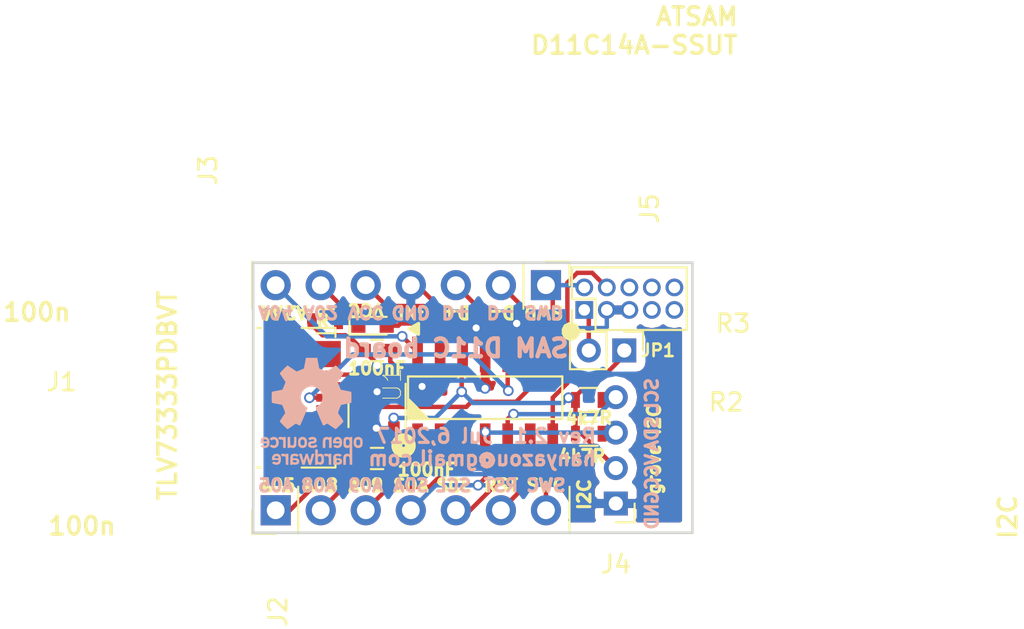
<source format=kicad_pcb>
(kicad_pcb (version 4) (host pcbnew 4.0.6)

  (general
    (links 47)
    (no_connects 5)
    (area 125.654999 97.714999 150.570001 113.105001)
    (thickness 1.6)
    (drawings 53)
    (tracks 202)
    (zones 0)
    (modules 15)
    (nets 26)
  )

  (page A4)
  (layers
    (0 F.Cu signal)
    (31 B.Cu signal)
    (32 B.Adhes user hide)
    (33 F.Adhes user hide)
    (34 B.Paste user hide)
    (35 F.Paste user hide)
    (36 B.SilkS user)
    (37 F.SilkS user)
    (38 B.Mask user hide)
    (39 F.Mask user hide)
    (40 Dwgs.User user hide)
    (41 Cmts.User user hide)
    (42 Eco1.User user hide)
    (43 Eco2.User user hide)
    (44 Edge.Cuts user)
    (45 Margin user hide)
    (46 B.CrtYd user hide)
    (47 F.CrtYd user hide)
    (48 B.Fab user hide)
    (49 F.Fab user hide)
  )

  (setup
    (last_trace_width 0.25)
    (trace_clearance 0.2)
    (zone_clearance 0.508)
    (zone_45_only no)
    (trace_min 0.2)
    (segment_width 0.2)
    (edge_width 0.15)
    (via_size 0.6)
    (via_drill 0.4)
    (via_min_size 0.4)
    (via_min_drill 0.3)
    (uvia_size 0.3)
    (uvia_drill 0.1)
    (uvias_allowed no)
    (uvia_min_size 0.2)
    (uvia_min_drill 0.1)
    (pcb_text_width 0.3)
    (pcb_text_size 1.5 1.5)
    (mod_edge_width 0.15)
    (mod_text_size 1 1)
    (mod_text_width 0.15)
    (pad_size 1.524 1.524)
    (pad_drill 0.762)
    (pad_to_mask_clearance 0.2)
    (aux_axis_origin 0 0)
    (visible_elements FFFFFF7F)
    (pcbplotparams
      (layerselection 0x010f0_80000001)
      (usegerberextensions false)
      (excludeedgelayer true)
      (linewidth 0.100000)
      (plotframeref false)
      (viasonmask false)
      (mode 1)
      (useauxorigin false)
      (hpglpennumber 1)
      (hpglpenspeed 20)
      (hpglpendiameter 15)
      (hpglpenoverlay 2)
      (psnegative false)
      (psa4output false)
      (plotreference true)
      (plotvalue true)
      (plotinvisibletext false)
      (padsonsilk false)
      (subtractmaskfromsilk false)
      (outputformat 1)
      (mirror false)
      (drillshape 0)
      (scaleselection 1)
      (outputdirectory Gerber/))
  )

  (net 0 "")
  (net 1 +5V)
  (net 2 11)
  (net 3 12)
  (net 4 13)
  (net 5 "Net-(D1-Pad1)")
  (net 6 9)
  (net 7 10)
  (net 8 1)
  (net 9 2)
  (net 10 3)
  (net 11 4)
  (net 12 5)
  (net 13 6)
  (net 14 7)
  (net 15 8)
  (net 16 14)
  (net 17 "Net-(U2-Pad4)")
  (net 18 "Net-(J1-Pad4)")
  (net 19 "Net-(J1-Pad6)")
  (net 20 "Net-(J5-Pad6)")
  (net 21 "Net-(J5-Pad7)")
  (net 22 "Net-(J5-Pad8)")
  (net 23 "Net-(J5-Pad9)")
  (net 24 "Net-(J5-Pad10)")
  (net 25 "Net-(J5-Pad1)")

  (net_class Default "This is the default net class."
    (clearance 0.2)
    (trace_width 0.25)
    (via_dia 0.6)
    (via_drill 0.4)
    (uvia_dia 0.3)
    (uvia_drill 0.1)
    (add_net +5V)
    (add_net 1)
    (add_net 10)
    (add_net 11)
    (add_net 12)
    (add_net 13)
    (add_net 14)
    (add_net 2)
    (add_net 3)
    (add_net 4)
    (add_net 5)
    (add_net 6)
    (add_net 7)
    (add_net 8)
    (add_net 9)
    (add_net "Net-(D1-Pad1)")
    (add_net "Net-(J1-Pad4)")
    (add_net "Net-(J1-Pad6)")
    (add_net "Net-(J5-Pad1)")
    (add_net "Net-(J5-Pad10)")
    (add_net "Net-(J5-Pad6)")
    (add_net "Net-(J5-Pad7)")
    (add_net "Net-(J5-Pad8)")
    (add_net "Net-(J5-Pad9)")
    (add_net "Net-(U2-Pad4)")
  )

  (module Pin_Headers:Pin_Header_Straight_2x05_Pitch1.27mm (layer F.Cu) (tedit 595CD45A) (tstamp 595A5910)
    (at 144.399 100.457 90)
    (descr "Through hole straight pin header, 2x05, 1.27mm pitch, double rows")
    (tags "Through hole pin header THT 2x05 1.27mm double row")
    (path /5945EC44)
    (fp_text reference J5 (at 5.715 3.683 90) (layer F.SilkS)
      (effects (font (size 1 1) (thickness 0.15)))
    )
    (fp_text value CortexDebugConn10 (at 0.762 10.287 90) (layer F.Fab)
      (effects (font (size 1 1) (thickness 0.15)))
    )
    (fp_line (start -1.07 -0.635) (end -1.07 5.715) (layer F.Fab) (width 0.1))
    (fp_line (start -1.07 5.715) (end 2.34 5.715) (layer F.Fab) (width 0.1))
    (fp_line (start 2.34 5.715) (end 2.34 -0.635) (layer F.Fab) (width 0.1))
    (fp_line (start 2.34 -0.635) (end -1.07 -0.635) (layer F.Fab) (width 0.1))
    (fp_line (start -1.13 0.635) (end -1.13 5.775) (layer F.SilkS) (width 0.12))
    (fp_line (start -1.13 5.775) (end 2.4 5.775) (layer F.SilkS) (width 0.12))
    (fp_line (start 2.4 5.775) (end 2.4 -0.695) (layer F.SilkS) (width 0.12))
    (fp_line (start 2.4 -0.695) (end 0.635 -0.695) (layer F.SilkS) (width 0.12))
    (fp_line (start 0.635 -0.695) (end 0.635 0.635) (layer F.SilkS) (width 0.12))
    (fp_line (start 0.635 0.635) (end -1.13 0.635) (layer F.SilkS) (width 0.12))
    (fp_line (start -1.13 0) (end -1.13 -0.695) (layer F.SilkS) (width 0.12))
    (fp_line (start -1.13 -0.695) (end 0 -0.695) (layer F.SilkS) (width 0.12))
    (fp_line (start -1.6 -1.15) (end -1.6 6.25) (layer F.CrtYd) (width 0.05))
    (fp_line (start -1.6 6.25) (end 2.85 6.25) (layer F.CrtYd) (width 0.05))
    (fp_line (start 2.85 6.25) (end 2.85 -1.15) (layer F.CrtYd) (width 0.05))
    (fp_line (start 2.85 -1.15) (end -1.6 -1.15) (layer F.CrtYd) (width 0.05))
    (fp_text user %R (at 0.635 -1.695 90) (layer F.Fab)
      (effects (font (size 1 1) (thickness 0.15)))
    )
    (pad 1 thru_hole rect (at 0 0 90) (size 1 1) (drill 0.65) (layers *.Cu *.Mask)
      (net 25 "Net-(J5-Pad1)"))
    (pad 2 thru_hole oval (at 1.27 0 90) (size 1 1) (drill 0.65) (layers *.Cu *.Mask)
      (net 15 8))
    (pad 3 thru_hole oval (at 0 1.27 90) (size 1 1) (drill 0.65) (layers *.Cu *.Mask)
      (net 2 11))
    (pad 4 thru_hole oval (at 1.27 1.27 90) (size 1 1) (drill 0.65) (layers *.Cu *.Mask)
      (net 14 7))
    (pad 5 thru_hole oval (at 0 2.54 90) (size 1 1) (drill 0.65) (layers *.Cu *.Mask)
      (net 2 11))
    (pad 6 thru_hole oval (at 1.27 2.54 90) (size 1 1) (drill 0.65) (layers *.Cu *.Mask)
      (net 20 "Net-(J5-Pad6)"))
    (pad 7 thru_hole oval (at 0 3.81 90) (size 1 1) (drill 0.65) (layers *.Cu *.Mask)
      (net 21 "Net-(J5-Pad7)"))
    (pad 8 thru_hole oval (at 1.27 3.81 90) (size 1 1) (drill 0.65) (layers *.Cu *.Mask)
      (net 22 "Net-(J5-Pad8)"))
    (pad 9 thru_hole oval (at 0 5.08 90) (size 1 1) (drill 0.65) (layers *.Cu *.Mask)
      (net 23 "Net-(J5-Pad9)"))
    (pad 10 thru_hole oval (at 1.27 5.08 90) (size 1 1) (drill 0.65) (layers *.Cu *.Mask)
      (net 24 "Net-(J5-Pad10)"))
    (model ${KISYS3DMOD}/Pin_Headers.3dshapes/Pin_Header_Straight_2x05_Pitch1.27mm.wrl
      (at (xyz 0 0 0))
      (scale (xyz 1 1 1))
      (rotate (xyz 0 0 0))
    )
  )

  (module Pin_Headers:Pin_Header_Straight_1x04_Pitch2.00mm (layer F.Cu) (tedit 595E2DFA) (tstamp 595A52C4)
    (at 146.177 111.379 180)
    (descr "Through hole straight pin header, 1x04, 2.00mm pitch, single row")
    (tags "Through hole pin header THT 1x04 2.00mm single row")
    (path /592A1824)
    (fp_text reference J4 (at 0 -3.429 180) (layer F.SilkS)
      (effects (font (size 1 1) (thickness 0.15)))
    )
    (fp_text value Groveconn4 (at -4.318 -4.191 180) (layer F.Fab)
      (effects (font (size 1 1) (thickness 0.15)))
    )
    (fp_line (start -1 -1) (end -1 7) (layer F.Fab) (width 0.1))
    (fp_line (start -1 7) (end 1 7) (layer F.Fab) (width 0.1))
    (fp_line (start 1 7) (end 1 -1) (layer F.Fab) (width 0.1))
    (fp_line (start 1 -1) (end -1 -1) (layer F.Fab) (width 0.1))
    (fp_line (start -1.06 0) (end -1.06 -1.06) (layer F.SilkS) (width 0.12))
    (fp_line (start -1.06 -1.06) (end 0 -1.06) (layer F.SilkS) (width 0.12))
    (fp_line (start -1.5 -1.5) (end -1.5 7.5) (layer F.CrtYd) (width 0.05))
    (fp_line (start -1.5 7.5) (end 1.5 7.5) (layer F.CrtYd) (width 0.05))
    (fp_line (start 1.5 7.5) (end 1.5 -1.5) (layer F.CrtYd) (width 0.05))
    (fp_line (start 1.5 -1.5) (end -1.5 -1.5) (layer F.CrtYd) (width 0.05))
    (fp_text user %R (at 0 -2.06 180) (layer F.Fab)
      (effects (font (size 1 1) (thickness 0.15)))
    )
    (pad 1 thru_hole rect (at 0 0 180) (size 1.35 1.35) (drill 0.8) (layers *.Cu *.Mask)
      (net 2 11))
    (pad 2 thru_hole oval (at 0 2 180) (size 1.35 1.35) (drill 0.8) (layers *.Cu *.Mask)
      (net 3 12))
    (pad 3 thru_hole oval (at 0 4 180) (size 1.35 1.35) (drill 0.8) (layers *.Cu *.Mask)
      (net 11 4))
    (pad 4 thru_hole oval (at 0 6 180) (size 1.35 1.35) (drill 0.8) (layers *.Cu *.Mask)
      (net 12 5))
    (model ${KISYS3DMOD}/Pin_Headers.3dshapes/Pin_Header_Straight_1x04_Pitch2.00mm.wrl
      (at (xyz 0 0 0))
      (scale (xyz 1 1 1))
      (rotate (xyz 0 0 0))
    )
  )

  (module Pin_Headers:Pin_Header_Straight_1x07_Pitch2.54mm (layer F.Cu) (tedit 595E2C77) (tstamp 592A2DD8)
    (at 142.24 99.06 270)
    (descr "Through hole straight pin header, 1x07, 2.54mm pitch, single row")
    (tags "Through hole pin header THT 1x07 2.54mm single row")
    (path /592A1157)
    (fp_text reference J3 (at -6.477 19.05 270) (layer F.SilkS)
      (effects (font (size 1 1) (thickness 0.15)))
    )
    (fp_text value CONN_01X07 (at 0 17.57 270) (layer F.Fab) hide
      (effects (font (size 1 1) (thickness 0.15)))
    )
    (fp_line (start -1.27 -1.27) (end -1.27 16.51) (layer F.Fab) (width 0.1))
    (fp_line (start -1.27 16.51) (end 1.27 16.51) (layer F.Fab) (width 0.1))
    (fp_line (start 1.27 16.51) (end 1.27 -1.27) (layer F.Fab) (width 0.1))
    (fp_line (start 1.27 -1.27) (end -1.27 -1.27) (layer F.Fab) (width 0.1))
    (fp_line (start -1.33 16.57) (end 1.33 16.57) (layer F.SilkS) (width 0.12))
    (fp_line (start 1.33 1.27) (end -1.33 1.27) (layer F.SilkS) (width 0.12))
    (fp_line (start -1.33 0) (end -1.33 -1.33) (layer F.SilkS) (width 0.12))
    (fp_line (start -1.33 -1.33) (end 0 -1.33) (layer F.SilkS) (width 0.12))
    (fp_line (start -1.8 -1.8) (end -1.8 17.05) (layer F.CrtYd) (width 0.05))
    (fp_line (start -1.8 17.05) (end 1.8 17.05) (layer F.CrtYd) (width 0.05))
    (fp_line (start 1.8 17.05) (end 1.8 -1.8) (layer F.CrtYd) (width 0.05))
    (fp_line (start 1.8 -1.8) (end -1.8 -1.8) (layer F.CrtYd) (width 0.05))
    (fp_text user %R (at 0 17.653 270) (layer F.Fab)
      (effects (font (size 1 1) (thickness 0.15)))
    )
    (pad 1 thru_hole rect (at 0 0 270) (size 1.7 1.7) (drill 1) (layers *.Cu *.Mask)
      (net 15 8))
    (pad 2 thru_hole oval (at 0 2.54 270) (size 1.7 1.7) (drill 1) (layers *.Cu *.Mask)
      (net 6 9))
    (pad 3 thru_hole oval (at 0 5.08 270) (size 1.7 1.7) (drill 1) (layers *.Cu *.Mask)
      (net 7 10))
    (pad 4 thru_hole oval (at 0 7.62 270) (size 1.7 1.7) (drill 1) (layers *.Cu *.Mask)
      (net 2 11))
    (pad 5 thru_hole oval (at 0 10.16 270) (size 1.7 1.7) (drill 1) (layers *.Cu *.Mask)
      (net 3 12))
    (pad 6 thru_hole oval (at 0 12.7 270) (size 1.7 1.7) (drill 1) (layers *.Cu *.Mask)
      (net 4 13))
    (pad 7 thru_hole oval (at 0 15.24 270) (size 1.7 1.7) (drill 1) (layers *.Cu *.Mask)
      (net 16 14))
    (model ${KISYS3DMOD}/Pin_Headers.3dshapes/Pin_Header_Straight_1x07_Pitch2.54mm.wrl
      (at (xyz 0 -0.3 0))
      (scale (xyz 1 1 1))
      (rotate (xyz 0 0 90))
    )
  )

  (module Pin_Headers:Pin_Header_Straight_1x07_Pitch2.54mm (layer F.Cu) (tedit 595E2C4D) (tstamp 592A2DCD)
    (at 127 111.76 90)
    (descr "Through hole straight pin header, 1x07, 2.54mm pitch, single row")
    (tags "Through hole pin header THT 1x07 2.54mm single row")
    (path /592A10FF)
    (fp_text reference J2 (at -5.715 0.127 90) (layer F.SilkS)
      (effects (font (size 1 1) (thickness 0.15)))
    )
    (fp_text value CONN_01X07 (at 0 17.57 90) (layer F.Fab) hide
      (effects (font (size 1 1) (thickness 0.15)))
    )
    (fp_line (start -1.27 -1.27) (end -1.27 16.51) (layer F.Fab) (width 0.1))
    (fp_line (start -1.27 16.51) (end 1.27 16.51) (layer F.Fab) (width 0.1))
    (fp_line (start 1.27 16.51) (end 1.27 -1.27) (layer F.Fab) (width 0.1))
    (fp_line (start 1.27 -1.27) (end -1.27 -1.27) (layer F.Fab) (width 0.1))
    (fp_line (start -1.33 16.57) (end 1.33 16.57) (layer F.SilkS) (width 0.12))
    (fp_line (start 1.33 1.27) (end -1.33 1.27) (layer F.SilkS) (width 0.12))
    (fp_line (start -1.33 0) (end -1.33 -1.33) (layer F.SilkS) (width 0.12))
    (fp_line (start -1.33 -1.33) (end 0 -1.33) (layer F.SilkS) (width 0.12))
    (fp_line (start -1.8 -1.8) (end -1.8 17.05) (layer F.CrtYd) (width 0.05))
    (fp_line (start -1.8 17.05) (end 1.8 17.05) (layer F.CrtYd) (width 0.05))
    (fp_line (start 1.8 17.05) (end 1.8 -1.8) (layer F.CrtYd) (width 0.05))
    (fp_line (start 1.8 -1.8) (end -1.8 -1.8) (layer F.CrtYd) (width 0.05))
    (fp_text user %R (at 0 -2.33 90) (layer F.Fab)
      (effects (font (size 1 1) (thickness 0.15)))
    )
    (pad 1 thru_hole rect (at 0 0 90) (size 1.7 1.7) (drill 1) (layers *.Cu *.Mask)
      (net 8 1))
    (pad 2 thru_hole oval (at 0 2.54 90) (size 1.7 1.7) (drill 1) (layers *.Cu *.Mask)
      (net 9 2))
    (pad 3 thru_hole oval (at 0 5.08 90) (size 1.7 1.7) (drill 1) (layers *.Cu *.Mask)
      (net 10 3))
    (pad 4 thru_hole oval (at 0 7.62 90) (size 1.7 1.7) (drill 1) (layers *.Cu *.Mask)
      (net 11 4))
    (pad 5 thru_hole oval (at 0 10.16 90) (size 1.7 1.7) (drill 1) (layers *.Cu *.Mask)
      (net 12 5))
    (pad 6 thru_hole oval (at 0 12.7 90) (size 1.7 1.7) (drill 1) (layers *.Cu *.Mask)
      (net 13 6))
    (pad 7 thru_hole oval (at 0 15.24 90) (size 1.7 1.7) (drill 1) (layers *.Cu *.Mask)
      (net 14 7))
    (model ${KISYS3DMOD}/Pin_Headers.3dshapes/Pin_Header_Straight_1x07_Pitch2.54mm.wrl
      (at (xyz 0 -0.3 0))
      (scale (xyz 1 1 1))
      (rotate (xyz 0 0 90))
    )
  )

  (module ATSAMD11C14A-SSUT:SOIC127P600X160-14N (layer F.Cu) (tedit 592A4D0F) (tstamp 592A2E00)
    (at 138.811 105.41 90)
    (path /592A0F2C)
    (attr smd)
    (fp_text reference U1 (at 0.74 -5.235 90) (layer F.SilkS)
      (effects (font (size 1 1) (thickness 0.05)))
    )
    (fp_text value ATSAMD11C14A-SSUT (at 0.254 5.588 90) (layer F.SilkS) hide
      (effects (font (size 1 1) (thickness 0.05)))
    )
    (fp_line (start -1.2 -4.35) (end -1.2 4.35) (layer F.SilkS) (width 0.127))
    (fp_line (start -1.2 4.35) (end 1.2 4.35) (layer F.SilkS) (width 0.127))
    (fp_line (start 1.2 4.35) (end 1.2 -4.35) (layer F.SilkS) (width 0.127))
    (fp_line (start 1.2 -4.35) (end -1.2 -4.35) (layer F.SilkS) (width 0.127))
    (fp_line (start -3.7 -4.65) (end 3.7 -4.65) (layer Dwgs.User) (width 0.127))
    (fp_line (start 3.7 -4.65) (end 3.7 4.65) (layer Dwgs.User) (width 0.127))
    (fp_line (start 3.7 4.65) (end -3.7 4.65) (layer Dwgs.User) (width 0.127))
    (fp_line (start -3.7 4.65) (end -3.7 -4.65) (layer Dwgs.User) (width 0.127))
    (fp_poly (pts (xy -1.2 -4.3) (xy -0.1 -4.3) (xy -1.2 -3.2)) (layer F.SilkS) (width 0.127))
    (fp_circle (center -2.7 -4.6) (end -2.62 -4.6) (layer F.SilkS) (width 0.6096))
    (pad 1 smd rect (at -2.45 -3.81 90) (size 2 0.6) (layers F.Cu F.Paste F.Mask)
      (net 8 1))
    (pad 2 smd rect (at -2.45 -2.54 90) (size 2 0.6) (layers F.Cu F.Paste F.Mask)
      (net 9 2))
    (pad 3 smd rect (at -2.45 -1.27 90) (size 2 0.6) (layers F.Cu F.Paste F.Mask)
      (net 10 3))
    (pad 4 smd rect (at -2.45 0 90) (size 2 0.6) (layers F.Cu F.Paste F.Mask)
      (net 11 4))
    (pad 5 smd rect (at -2.45 1.27 90) (size 2 0.6) (layers F.Cu F.Paste F.Mask)
      (net 12 5))
    (pad 6 smd rect (at -2.45 2.54 90) (size 2 0.6) (layers F.Cu F.Paste F.Mask)
      (net 13 6))
    (pad 7 smd rect (at -2.45 3.81 90) (size 2 0.6) (layers F.Cu F.Paste F.Mask)
      (net 14 7))
    (pad 8 smd rect (at 2.45 3.81 270) (size 2 0.6) (layers F.Cu F.Paste F.Mask)
      (net 15 8))
    (pad 9 smd rect (at 2.45 2.54 270) (size 2 0.6) (layers F.Cu F.Paste F.Mask)
      (net 6 9))
    (pad 10 smd rect (at 2.45 1.27 270) (size 2 0.6) (layers F.Cu F.Paste F.Mask)
      (net 7 10))
    (pad 11 smd rect (at 2.45 0 270) (size 2 0.6) (layers F.Cu F.Paste F.Mask)
      (net 2 11))
    (pad 12 smd rect (at 2.45 -1.27 270) (size 2 0.6) (layers F.Cu F.Paste F.Mask)
      (net 3 12))
    (pad 13 smd rect (at 2.45 -2.54 270) (size 2 0.6) (layers F.Cu F.Paste F.Mask)
      (net 4 13))
    (pad 14 smd rect (at 2.45 -3.81 270) (size 2 0.6) (layers F.Cu F.Paste F.Mask)
      (net 16 14))
  )

  (module Connectors_Molex:USB_Micro-B_Molex_47346-0001 (layer F.Cu) (tedit 592A5BE0) (tstamp 592A2DC2)
    (at 128.651 105.41)
    (descr http://www.molex.com/pdm_docs/sd/473460001_sd.pdf)
    (tags "Micro-USB SMD")
    (path /5945E5BD)
    (attr smd)
    (fp_text reference J1 (at -13.716 -0.889 180) (layer F.SilkS)
      (effects (font (size 1 1) (thickness 0.15)))
    )
    (fp_text value USB_OTG (at 0.07 -5.97) (layer F.Fab) hide
      (effects (font (size 1 1) (thickness 0.15)))
    )
    (fp_text user "PCB Front Edge" (at -2.85 7.62 90) (layer Dwgs.User)
      (effects (font (size 0.4 0.4) (thickness 0.04)))
    )
    (fp_line (start 1.72 3.94) (end 1.72 3.43) (layer F.SilkS) (width 0.12))
    (fp_line (start -3.74 4.6) (end -3.74 -4.6) (layer F.CrtYd) (width 0.05))
    (fp_line (start 2.52 4.6) (end -3.74 4.6) (layer F.CrtYd) (width 0.05))
    (fp_line (start 2.52 -4.6) (end 2.52 4.6) (layer F.CrtYd) (width 0.05))
    (fp_line (start -3.74 -4.6) (end 2.52 -4.6) (layer F.CrtYd) (width 0.05))
    (fp_line (start -3.48 3.75) (end -3.48 -3.75) (layer F.Fab) (width 0.1))
    (fp_line (start 1.52 3.75) (end -3.48 3.75) (layer F.Fab) (width 0.1))
    (fp_line (start 1.52 -3.75) (end 1.52 3.75) (layer F.Fab) (width 0.1))
    (fp_line (start -3.48 -3.75) (end 1.52 -3.75) (layer F.Fab) (width 0.1))
    (fp_line (start -2.47 3.94) (end -2.73 3.94) (layer F.SilkS) (width 0.12))
    (fp_line (start 1.72 3.94) (end -0.19 3.94) (layer F.SilkS) (width 0.12))
    (fp_line (start 1.72 -3.94) (end 1.72 -3.43) (layer F.SilkS) (width 0.12))
    (fp_line (start -0.19 -3.94) (end 1.72 -3.94) (layer F.SilkS) (width 0.12))
    (fp_line (start -2.73 -3.94) (end -2.47 -3.94) (layer F.SilkS) (width 0.12))
    (fp_line (start -2.78 -5) (end -2.78 5) (layer Dwgs.User) (width 0.15))
    (pad 1 smd rect (at 1.33 -1.3) (size 1.38 0.45) (layers F.Cu F.Paste F.Mask)
      (net 1 +5V))
    (pad 2 smd rect (at 1.33 -0.65) (size 1.38 0.45) (layers F.Cu F.Paste F.Mask)
      (net 6 9))
    (pad 3 smd rect (at 1.33 0) (size 1.38 0.45) (layers F.Cu F.Paste F.Mask)
      (net 7 10))
    (pad 4 smd rect (at 1.33 0.65) (size 1.38 0.45) (layers F.Cu F.Paste F.Mask)
      (net 18 "Net-(J1-Pad4)"))
    (pad 5 smd rect (at 1.33 1.3) (size 1.38 0.45) (layers F.Cu F.Paste F.Mask)
      (net 2 11))
    (pad 6 smd rect (at 0.97 -2.4625) (size 2.1 1.475) (layers F.Cu F.Paste F.Mask)
      (net 19 "Net-(J1-Pad6)"))
    (pad 6 smd rect (at 0.97 2.4625) (size 2.1 1.475) (layers F.Cu F.Paste F.Mask)
      (net 19 "Net-(J1-Pad6)"))
    (pad 6 smd rect (at -1.33 -2.91) (size 1.9 2.375) (layers F.Cu F.Paste F.Mask)
      (net 19 "Net-(J1-Pad6)"))
    (pad 6 smd rect (at -1.33 2.91) (size 1.9 2.375) (layers F.Cu F.Paste F.Mask)
      (net 19 "Net-(J1-Pad6)"))
    (pad 6 smd rect (at -1.33 -0.84) (size 1.9 1.175) (layers F.Cu F.Paste F.Mask)
      (net 19 "Net-(J1-Pad6)"))
    (pad 6 smd rect (at -1.33 0.84) (size 1.9 1.175) (layers F.Cu F.Paste F.Mask)
      (net 19 "Net-(J1-Pad6)"))
    (model Connectors_Molex.3dshapes/USB_Micro-B_Molex_47346-0001.wrl
      (at (xyz -0.05 0 0.05))
      (scale (xyz 0.39 0.39 0.39))
      (rotate (xyz -90 0 90))
    )
  )

  (module Capacitors_SMD:C_0603 (layer F.Cu) (tedit 592A591F) (tstamp 592A2DA7)
    (at 132.715 102.743 180)
    (descr "Capacitor SMD 0603, reflow soldering, AVX (see smccp.pdf)")
    (tags "capacitor 0603")
    (path /592A1379)
    (attr smd)
    (fp_text reference C1 (at 0 -1.5 180) (layer F.SilkS) hide
      (effects (font (size 1 1) (thickness 0.15)))
    )
    (fp_text value 100n (at 3.302 0 180) (layer F.Fab) hide
      (effects (font (size 1 1) (thickness 0.15)))
    )
    (fp_text user %R (at 0 -1.5 180) (layer F.Fab) hide
      (effects (font (size 1 1) (thickness 0.15)))
    )
    (fp_line (start -0.8 0.4) (end -0.8 -0.4) (layer F.Fab) (width 0.1))
    (fp_line (start 0.8 0.4) (end -0.8 0.4) (layer F.Fab) (width 0.1))
    (fp_line (start 0.8 -0.4) (end 0.8 0.4) (layer F.Fab) (width 0.1))
    (fp_line (start -0.8 -0.4) (end 0.8 -0.4) (layer F.Fab) (width 0.1))
    (fp_line (start -0.35 -0.6) (end 0.35 -0.6) (layer F.SilkS) (width 0.12))
    (fp_line (start 0.35 0.6) (end -0.35 0.6) (layer F.SilkS) (width 0.12))
    (fp_line (start -1.4 -0.65) (end 1.4 -0.65) (layer F.CrtYd) (width 0.05))
    (fp_line (start -1.4 -0.65) (end -1.4 0.65) (layer F.CrtYd) (width 0.05))
    (fp_line (start 1.4 0.65) (end 1.4 -0.65) (layer F.CrtYd) (width 0.05))
    (fp_line (start 1.4 0.65) (end -1.4 0.65) (layer F.CrtYd) (width 0.05))
    (pad 1 smd rect (at -0.75 0 180) (size 0.8 0.75) (layers F.Cu F.Paste F.Mask)
      (net 1 +5V))
    (pad 2 smd rect (at 0.75 0 180) (size 0.8 0.75) (layers F.Cu F.Paste F.Mask)
      (net 2 11))
    (model Capacitors_SMD.3dshapes/C_0603.wrl
      (at (xyz 0 0 0))
      (scale (xyz 1 1 1))
      (rotate (xyz 0 0 0))
    )
  )

  (module Capacitors_SMD:C_0603 (layer F.Cu) (tedit 592A58FE) (tstamp 592A2DAD)
    (at 132.715 108.839 180)
    (descr "Capacitor SMD 0603, reflow soldering, AVX (see smccp.pdf)")
    (tags "capacitor 0603")
    (path /592A13DF)
    (attr smd)
    (fp_text reference C2 (at 2.54 -1.27 180) (layer F.SilkS) hide
      (effects (font (size 1 1) (thickness 0.15)))
    )
    (fp_text value 100n (at 3.175 0.127 180) (layer F.Fab) hide
      (effects (font (size 1 1) (thickness 0.15)))
    )
    (fp_text user %R (at 0 -1.5 180) (layer F.Fab) hide
      (effects (font (size 1 1) (thickness 0.15)))
    )
    (fp_line (start -0.8 0.4) (end -0.8 -0.4) (layer F.Fab) (width 0.1))
    (fp_line (start 0.8 0.4) (end -0.8 0.4) (layer F.Fab) (width 0.1))
    (fp_line (start 0.8 -0.4) (end 0.8 0.4) (layer F.Fab) (width 0.1))
    (fp_line (start -0.8 -0.4) (end 0.8 -0.4) (layer F.Fab) (width 0.1))
    (fp_line (start -0.35 -0.6) (end 0.35 -0.6) (layer F.SilkS) (width 0.12))
    (fp_line (start 0.35 0.6) (end -0.35 0.6) (layer F.SilkS) (width 0.12))
    (fp_line (start -1.4 -0.65) (end 1.4 -0.65) (layer F.CrtYd) (width 0.05))
    (fp_line (start -1.4 -0.65) (end -1.4 0.65) (layer F.CrtYd) (width 0.05))
    (fp_line (start 1.4 0.65) (end 1.4 -0.65) (layer F.CrtYd) (width 0.05))
    (fp_line (start 1.4 0.65) (end -1.4 0.65) (layer F.CrtYd) (width 0.05))
    (pad 1 smd rect (at -0.75 0 180) (size 0.8 0.75) (layers F.Cu F.Paste F.Mask)
      (net 3 12))
    (pad 2 smd rect (at 0.75 0 180) (size 0.8 0.75) (layers F.Cu F.Paste F.Mask)
      (net 2 11))
    (model Capacitors_SMD.3dshapes/C_0603.wrl
      (at (xyz 0 0 0))
      (scale (xyz 1 1 1))
      (rotate (xyz 0 0 0))
    )
  )

  (module LEDs:LED_0603 (layer F.Cu) (tedit 592A5BD4) (tstamp 592A2DB3)
    (at 132.461 101.346)
    (descr "LED 0603 smd package")
    (tags "LED led 0603 SMD smd SMT smt smdled SMDLED smtled SMTLED")
    (path /592A155C)
    (attr smd)
    (fp_text reference D1 (at 0 -1.25) (layer F.SilkS) hide
      (effects (font (size 1 1) (thickness 0.15)))
    )
    (fp_text value LED (at -2.921 0) (layer F.Fab) hide
      (effects (font (size 1 1) (thickness 0.15)))
    )
    (fp_line (start -1.3 -0.5) (end -1.3 0.5) (layer F.SilkS) (width 0.12))
    (fp_line (start -0.2 -0.2) (end -0.2 0.2) (layer F.Fab) (width 0.1))
    (fp_line (start -0.15 0) (end 0.15 -0.2) (layer F.Fab) (width 0.1))
    (fp_line (start 0.15 0.2) (end -0.15 0) (layer F.Fab) (width 0.1))
    (fp_line (start 0.15 -0.2) (end 0.15 0.2) (layer F.Fab) (width 0.1))
    (fp_line (start 0.8 0.4) (end -0.8 0.4) (layer F.Fab) (width 0.1))
    (fp_line (start 0.8 -0.4) (end 0.8 0.4) (layer F.Fab) (width 0.1))
    (fp_line (start -0.8 -0.4) (end 0.8 -0.4) (layer F.Fab) (width 0.1))
    (fp_line (start -0.8 0.4) (end -0.8 -0.4) (layer F.Fab) (width 0.1))
    (fp_line (start -1.3 0.5) (end 0.8 0.5) (layer F.SilkS) (width 0.12))
    (fp_line (start -1.3 -0.5) (end 0.8 -0.5) (layer F.SilkS) (width 0.12))
    (fp_line (start 1.45 -0.65) (end 1.45 0.65) (layer F.CrtYd) (width 0.05))
    (fp_line (start 1.45 0.65) (end -1.45 0.65) (layer F.CrtYd) (width 0.05))
    (fp_line (start -1.45 0.65) (end -1.45 -0.65) (layer F.CrtYd) (width 0.05))
    (fp_line (start -1.45 -0.65) (end 1.45 -0.65) (layer F.CrtYd) (width 0.05))
    (pad 2 smd rect (at 0.8 0 180) (size 0.8 0.8) (layers F.Cu F.Paste F.Mask)
      (net 4 13))
    (pad 1 smd rect (at -0.8 0 180) (size 0.8 0.8) (layers F.Cu F.Paste F.Mask)
      (net 5 "Net-(D1-Pad1)"))
    (model LEDs.3dshapes/LED_0603.wrl
      (at (xyz 0 0 0))
      (scale (xyz 1 1 1))
      (rotate (xyz 0 0 180))
    )
  )

  (module Resistors_SMD:R_0603 (layer F.Cu) (tedit 592A58D4) (tstamp 592A2DEE)
    (at 129.794 101.092 180)
    (descr "Resistor SMD 0603, reflow soldering, Vishay (see dcrcw.pdf)")
    (tags "resistor 0603")
    (path /592A15AA)
    (attr smd)
    (fp_text reference R1 (at 0 -1.45 180) (layer F.SilkS) hide
      (effects (font (size 1 1) (thickness 0.15)))
    )
    (fp_text value 100R (at 3.175 -0.127 180) (layer F.Fab) hide
      (effects (font (size 1 1) (thickness 0.15)))
    )
    (fp_text user %R (at 0 0 180) (layer F.Fab)
      (effects (font (size 0.5 0.5) (thickness 0.075)))
    )
    (fp_line (start -0.8 0.4) (end -0.8 -0.4) (layer F.Fab) (width 0.1))
    (fp_line (start 0.8 0.4) (end -0.8 0.4) (layer F.Fab) (width 0.1))
    (fp_line (start 0.8 -0.4) (end 0.8 0.4) (layer F.Fab) (width 0.1))
    (fp_line (start -0.8 -0.4) (end 0.8 -0.4) (layer F.Fab) (width 0.1))
    (fp_line (start 0.5 0.68) (end -0.5 0.68) (layer F.SilkS) (width 0.12))
    (fp_line (start -0.5 -0.68) (end 0.5 -0.68) (layer F.SilkS) (width 0.12))
    (fp_line (start -1.25 -0.7) (end 1.25 -0.7) (layer F.CrtYd) (width 0.05))
    (fp_line (start -1.25 -0.7) (end -1.25 0.7) (layer F.CrtYd) (width 0.05))
    (fp_line (start 1.25 0.7) (end 1.25 -0.7) (layer F.CrtYd) (width 0.05))
    (fp_line (start 1.25 0.7) (end -1.25 0.7) (layer F.CrtYd) (width 0.05))
    (pad 1 smd rect (at -0.75 0 180) (size 0.5 0.9) (layers F.Cu F.Paste F.Mask)
      (net 5 "Net-(D1-Pad1)"))
    (pad 2 smd rect (at 0.75 0 180) (size 0.5 0.9) (layers F.Cu F.Paste F.Mask)
      (net 2 11))
    (model ${KISYS3DMOD}/Resistors_SMD.3dshapes/R_0603.wrl
      (at (xyz 0 0 0))
      (scale (xyz 1 1 1))
      (rotate (xyz 0 0 0))
    )
  )

  (module TO_SOT_Packages_SMD:SOT-23-5 (layer F.Cu) (tedit 592A5BC9) (tstamp 592A2E09)
    (at 132.715 106.172 270)
    (descr "5-pin SOT23 package")
    (tags SOT-23-5)
    (path /592A2156)
    (attr smd)
    (fp_text reference U2 (at 0 -2.9 270) (layer F.SilkS) hide
      (effects (font (size 1 1) (thickness 0.15)))
    )
    (fp_text value TLV71333PDBV (at 2.54 -2.159 360) (layer F.Fab) hide
      (effects (font (size 1 1) (thickness 0.15)))
    )
    (fp_text user %R (at 0 0 270) (layer F.Fab)
      (effects (font (size 0.5 0.5) (thickness 0.075)))
    )
    (fp_line (start -0.9 1.61) (end 0.9 1.61) (layer F.SilkS) (width 0.12))
    (fp_line (start 0.9 -1.61) (end -1.55 -1.61) (layer F.SilkS) (width 0.12))
    (fp_line (start -1.9 -1.8) (end 1.9 -1.8) (layer F.CrtYd) (width 0.05))
    (fp_line (start 1.9 -1.8) (end 1.9 1.8) (layer F.CrtYd) (width 0.05))
    (fp_line (start 1.9 1.8) (end -1.9 1.8) (layer F.CrtYd) (width 0.05))
    (fp_line (start -1.9 1.8) (end -1.9 -1.8) (layer F.CrtYd) (width 0.05))
    (fp_line (start -0.9 -0.9) (end -0.25 -1.55) (layer F.Fab) (width 0.1))
    (fp_line (start 0.9 -1.55) (end -0.25 -1.55) (layer F.Fab) (width 0.1))
    (fp_line (start -0.9 -0.9) (end -0.9 1.55) (layer F.Fab) (width 0.1))
    (fp_line (start 0.9 1.55) (end -0.9 1.55) (layer F.Fab) (width 0.1))
    (fp_line (start 0.9 -1.55) (end 0.9 1.55) (layer F.Fab) (width 0.1))
    (pad 1 smd rect (at -1.1 -0.95 270) (size 1.06 0.65) (layers F.Cu F.Paste F.Mask)
      (net 1 +5V))
    (pad 2 smd rect (at -1.1 0 270) (size 1.06 0.65) (layers F.Cu F.Paste F.Mask)
      (net 2 11))
    (pad 3 smd rect (at -1.1 0.95 270) (size 1.06 0.65) (layers F.Cu F.Paste F.Mask)
      (net 1 +5V))
    (pad 4 smd rect (at 1.1 0.95 270) (size 1.06 0.65) (layers F.Cu F.Paste F.Mask)
      (net 17 "Net-(U2-Pad4)"))
    (pad 5 smd rect (at 1.1 -0.95 270) (size 1.06 0.65) (layers F.Cu F.Paste F.Mask)
      (net 3 12))
    (model ${KISYS3DMOD}/TO_SOT_Packages_SMD.3dshapes/SOT-23-5.wrl
      (at (xyz 0 0 0))
      (scale (xyz 1 1 1))
      (rotate (xyz 0 0 0))
    )
  )

  (module Pin_Headers:Pin_Header_Straight_1x02_Pitch2.00mm (layer F.Cu) (tedit 595CD44D) (tstamp 595A5894)
    (at 146.653 102.743 270)
    (descr "Through hole straight pin header, 1x02, 2.00mm pitch, single row")
    (tags "Through hole pin header THT 1x02 2.00mm single row")
    (path /595A5CC5)
    (fp_text reference JP1 (at 0 -1.905 540) (layer F.SilkS)
      (effects (font (size 0.7 0.7) (thickness 0.15)))
    )
    (fp_text value Jumper_NO_Small (at 2.286 -9.652 270) (layer F.Fab)
      (effects (font (size 1 1) (thickness 0.15)))
    )
    (fp_line (start -1 -1) (end -1 3) (layer F.Fab) (width 0.1))
    (fp_line (start -1 3) (end 1 3) (layer F.Fab) (width 0.1))
    (fp_line (start 1 3) (end 1 -1) (layer F.Fab) (width 0.1))
    (fp_line (start 1 -1) (end -1 -1) (layer F.Fab) (width 0.1))
    (fp_line (start -1.06 1) (end -1.06 3.06) (layer F.SilkS) (width 0.12))
    (fp_line (start -1.06 3.06) (end 1.06 3.06) (layer F.SilkS) (width 0.12))
    (fp_line (start 1.06 3.06) (end 1.06 1) (layer F.SilkS) (width 0.12))
    (fp_line (start 1.06 1) (end -1.06 1) (layer F.SilkS) (width 0.12))
    (fp_line (start -1.06 0) (end -1.06 -1.06) (layer F.SilkS) (width 0.12))
    (fp_line (start -1.06 -1.06) (end 0 -1.06) (layer F.SilkS) (width 0.12))
    (fp_line (start -1.5 -1.5) (end -1.5 3.5) (layer F.CrtYd) (width 0.05))
    (fp_line (start -1.5 3.5) (end 1.5 3.5) (layer F.CrtYd) (width 0.05))
    (fp_line (start 1.5 3.5) (end 1.5 -1.5) (layer F.CrtYd) (width 0.05))
    (fp_line (start 1.5 -1.5) (end -1.5 -1.5) (layer F.CrtYd) (width 0.05))
    (fp_text user %R (at 0 -2.06 270) (layer F.Fab)
      (effects (font (size 1 1) (thickness 0.15)))
    )
    (pad 1 thru_hole rect (at 0 0 270) (size 1.35 1.35) (drill 0.8) (layers *.Cu *.Mask)
      (net 3 12))
    (pad 2 thru_hole oval (at 0 2 270) (size 1.35 1.35) (drill 0.8) (layers *.Cu *.Mask)
      (net 25 "Net-(J5-Pad1)"))
    (model ${KISYS3DMOD}/Pin_Headers.3dshapes/Pin_Header_Straight_1x02_Pitch2.00mm.wrl
      (at (xyz 0 0 0))
      (scale (xyz 1 1 1))
      (rotate (xyz 0 0 0))
    )
  )

  (module Symbols:OSHW-Logo_5.7x6mm_SilkScreen (layer B.Cu) (tedit 0) (tstamp 595CE7D2)
    (at 129.032 106.172 180)
    (descr "Open Source Hardware Logo")
    (tags "Logo OSHW")
    (attr virtual)
    (fp_text reference REF*** (at 0 0 180) (layer B.SilkS) hide
      (effects (font (size 1 1) (thickness 0.15)) (justify mirror))
    )
    (fp_text value OSHW-Logo_5.7x6mm_SilkScreen (at 0.75 0 180) (layer B.Fab) hide
      (effects (font (size 1 1) (thickness 0.15)) (justify mirror))
    )
    (fp_poly (pts (xy -1.908759 -1.469184) (xy -1.882247 -1.482282) (xy -1.849553 -1.505106) (xy -1.825725 -1.529996)
      (xy -1.809406 -1.561249) (xy -1.79924 -1.603166) (xy -1.793872 -1.660044) (xy -1.791944 -1.736184)
      (xy -1.791831 -1.768917) (xy -1.792161 -1.840656) (xy -1.793527 -1.891927) (xy -1.7965 -1.927404)
      (xy -1.801649 -1.951763) (xy -1.809543 -1.96968) (xy -1.817757 -1.981902) (xy -1.870187 -2.033905)
      (xy -1.93193 -2.065184) (xy -1.998536 -2.074592) (xy -2.065558 -2.06098) (xy -2.086792 -2.051354)
      (xy -2.137624 -2.024859) (xy -2.137624 -2.440052) (xy -2.100525 -2.420868) (xy -2.051643 -2.406025)
      (xy -1.991561 -2.402222) (xy -1.931564 -2.409243) (xy -1.886256 -2.425013) (xy -1.848675 -2.455047)
      (xy -1.816564 -2.498024) (xy -1.81415 -2.502436) (xy -1.803967 -2.523221) (xy -1.79653 -2.54417)
      (xy -1.791411 -2.569548) (xy -1.788181 -2.603618) (xy -1.786413 -2.650641) (xy -1.785677 -2.714882)
      (xy -1.785544 -2.787176) (xy -1.785544 -3.017822) (xy -1.923861 -3.017822) (xy -1.923861 -2.592533)
      (xy -1.962549 -2.559979) (xy -2.002738 -2.53394) (xy -2.040797 -2.529205) (xy -2.079066 -2.541389)
      (xy -2.099462 -2.55332) (xy -2.114642 -2.570313) (xy -2.125438 -2.595995) (xy -2.132683 -2.633991)
      (xy -2.137208 -2.687926) (xy -2.139844 -2.761425) (xy -2.140772 -2.810347) (xy -2.143911 -3.011535)
      (xy -2.209926 -3.015336) (xy -2.27594 -3.019136) (xy -2.27594 -1.77065) (xy -2.137624 -1.77065)
      (xy -2.134097 -1.840254) (xy -2.122215 -1.888569) (xy -2.10002 -1.918631) (xy -2.065559 -1.933471)
      (xy -2.030742 -1.936436) (xy -1.991329 -1.933028) (xy -1.965171 -1.919617) (xy -1.948814 -1.901896)
      (xy -1.935937 -1.882835) (xy -1.928272 -1.861601) (xy -1.924861 -1.831849) (xy -1.924749 -1.787236)
      (xy -1.925897 -1.74988) (xy -1.928532 -1.693604) (xy -1.932456 -1.656658) (xy -1.939063 -1.633223)
      (xy -1.949749 -1.61748) (xy -1.959833 -1.60838) (xy -2.00197 -1.588537) (xy -2.05184 -1.585332)
      (xy -2.080476 -1.592168) (xy -2.108828 -1.616464) (xy -2.127609 -1.663728) (xy -2.136712 -1.733624)
      (xy -2.137624 -1.77065) (xy -2.27594 -1.77065) (xy -2.27594 -1.458614) (xy -2.206782 -1.458614)
      (xy -2.16526 -1.460256) (xy -2.143838 -1.466087) (xy -2.137626 -1.477461) (xy -2.137624 -1.477798)
      (xy -2.134742 -1.488938) (xy -2.12203 -1.487673) (xy -2.096757 -1.475433) (xy -2.037869 -1.456707)
      (xy -1.971615 -1.454739) (xy -1.908759 -1.469184)) (layer B.SilkS) (width 0.01))
    (fp_poly (pts (xy -1.38421 -2.406555) (xy -1.325055 -2.422339) (xy -1.280023 -2.450948) (xy -1.248246 -2.488419)
      (xy -1.238366 -2.504411) (xy -1.231073 -2.521163) (xy -1.225974 -2.542592) (xy -1.222679 -2.572616)
      (xy -1.220797 -2.615154) (xy -1.219937 -2.674122) (xy -1.219707 -2.75344) (xy -1.219703 -2.774484)
      (xy -1.219703 -3.017822) (xy -1.280059 -3.017822) (xy -1.318557 -3.015126) (xy -1.347023 -3.008295)
      (xy -1.354155 -3.004083) (xy -1.373652 -2.996813) (xy -1.393566 -3.004083) (xy -1.426353 -3.01316)
      (xy -1.473978 -3.016813) (xy -1.526764 -3.015228) (xy -1.575036 -3.008589) (xy -1.603218 -3.000072)
      (xy -1.657753 -2.965063) (xy -1.691835 -2.916479) (xy -1.707157 -2.851882) (xy -1.707299 -2.850223)
      (xy -1.705955 -2.821566) (xy -1.584356 -2.821566) (xy -1.573726 -2.854161) (xy -1.55641 -2.872505)
      (xy -1.521652 -2.886379) (xy -1.475773 -2.891917) (xy -1.428988 -2.889191) (xy -1.391514 -2.878274)
      (xy -1.381015 -2.871269) (xy -1.362668 -2.838904) (xy -1.35802 -2.802111) (xy -1.35802 -2.753763)
      (xy -1.427582 -2.753763) (xy -1.493667 -2.75885) (xy -1.543764 -2.773263) (xy -1.574929 -2.795729)
      (xy -1.584356 -2.821566) (xy -1.705955 -2.821566) (xy -1.703987 -2.779647) (xy -1.68071 -2.723845)
      (xy -1.636948 -2.681647) (xy -1.630899 -2.677808) (xy -1.604907 -2.665309) (xy -1.572735 -2.65774)
      (xy -1.52776 -2.654061) (xy -1.474331 -2.653216) (xy -1.35802 -2.653169) (xy -1.35802 -2.604411)
      (xy -1.362953 -2.566581) (xy -1.375543 -2.541236) (xy -1.377017 -2.539887) (xy -1.405034 -2.5288)
      (xy -1.447326 -2.524503) (xy -1.494064 -2.526615) (xy -1.535418 -2.534756) (xy -1.559957 -2.546965)
      (xy -1.573253 -2.556746) (xy -1.587294 -2.558613) (xy -1.606671 -2.5506) (xy -1.635976 -2.530739)
      (xy -1.679803 -2.497063) (xy -1.683825 -2.493909) (xy -1.681764 -2.482236) (xy -1.664568 -2.462822)
      (xy -1.638433 -2.441248) (xy -1.609552 -2.423096) (xy -1.600478 -2.418809) (xy -1.56738 -2.410256)
      (xy -1.51888 -2.404155) (xy -1.464695 -2.401708) (xy -1.462161 -2.401703) (xy -1.38421 -2.406555)) (layer B.SilkS) (width 0.01))
    (fp_poly (pts (xy -0.993356 -2.40302) (xy -0.974539 -2.40866) (xy -0.968473 -2.421053) (xy -0.968218 -2.426647)
      (xy -0.967129 -2.44223) (xy -0.959632 -2.444676) (xy -0.939381 -2.433993) (xy -0.927351 -2.426694)
      (xy -0.8894 -2.411063) (xy -0.844072 -2.403334) (xy -0.796544 -2.40274) (xy -0.751995 -2.408513)
      (xy -0.715602 -2.419884) (xy -0.692543 -2.436088) (xy -0.687996 -2.456355) (xy -0.690291 -2.461843)
      (xy -0.70702 -2.484626) (xy -0.732963 -2.512647) (xy -0.737655 -2.517177) (xy -0.762383 -2.538005)
      (xy -0.783718 -2.544735) (xy -0.813555 -2.540038) (xy -0.825508 -2.536917) (xy -0.862705 -2.529421)
      (xy -0.888859 -2.532792) (xy -0.910946 -2.544681) (xy -0.931178 -2.560635) (xy -0.946079 -2.5807)
      (xy -0.956434 -2.608702) (xy -0.963029 -2.648467) (xy -0.966649 -2.703823) (xy -0.968078 -2.778594)
      (xy -0.968218 -2.82374) (xy -0.968218 -3.017822) (xy -1.09396 -3.017822) (xy -1.09396 -2.401683)
      (xy -1.031089 -2.401683) (xy -0.993356 -2.40302)) (layer B.SilkS) (width 0.01))
    (fp_poly (pts (xy -0.201188 -3.017822) (xy -0.270346 -3.017822) (xy -0.310488 -3.016645) (xy -0.331394 -3.011772)
      (xy -0.338922 -3.001186) (xy -0.339505 -2.994029) (xy -0.340774 -2.979676) (xy -0.348779 -2.976923)
      (xy -0.369815 -2.985771) (xy -0.386173 -2.994029) (xy -0.448977 -3.013597) (xy -0.517248 -3.014729)
      (xy -0.572752 -3.000135) (xy -0.624438 -2.964877) (xy -0.663838 -2.912835) (xy -0.685413 -2.85145)
      (xy -0.685962 -2.848018) (xy -0.689167 -2.810571) (xy -0.690761 -2.756813) (xy -0.690633 -2.716155)
      (xy -0.553279 -2.716155) (xy -0.550097 -2.770194) (xy -0.542859 -2.814735) (xy -0.53306 -2.839888)
      (xy -0.495989 -2.87426) (xy -0.451974 -2.886582) (xy -0.406584 -2.876618) (xy -0.367797 -2.846895)
      (xy -0.353108 -2.826905) (xy -0.344519 -2.80305) (xy -0.340496 -2.76823) (xy -0.339505 -2.71593)
      (xy -0.341278 -2.664139) (xy -0.345963 -2.618634) (xy -0.352603 -2.588181) (xy -0.35371 -2.585452)
      (xy -0.380491 -2.553) (xy -0.419579 -2.535183) (xy -0.463315 -2.532306) (xy -0.504038 -2.544674)
      (xy -0.534087 -2.572593) (xy -0.537204 -2.578148) (xy -0.546961 -2.612022) (xy -0.552277 -2.660728)
      (xy -0.553279 -2.716155) (xy -0.690633 -2.716155) (xy -0.690568 -2.69554) (xy -0.689664 -2.662563)
      (xy -0.683514 -2.580981) (xy -0.670733 -2.51973) (xy -0.649471 -2.474449) (xy -0.617878 -2.440779)
      (xy -0.587207 -2.421014) (xy -0.544354 -2.40712) (xy -0.491056 -2.402354) (xy -0.43648 -2.406236)
      (xy -0.389792 -2.418282) (xy -0.365124 -2.432693) (xy -0.339505 -2.455878) (xy -0.339505 -2.162773)
      (xy -0.201188 -2.162773) (xy -0.201188 -3.017822)) (layer B.SilkS) (width 0.01))
    (fp_poly (pts (xy 0.281524 -2.404237) (xy 0.331255 -2.407971) (xy 0.461291 -2.797773) (xy 0.481678 -2.728614)
      (xy 0.493946 -2.685874) (xy 0.510085 -2.628115) (xy 0.527512 -2.564625) (xy 0.536726 -2.53057)
      (xy 0.571388 -2.401683) (xy 0.714391 -2.401683) (xy 0.671646 -2.536857) (xy 0.650596 -2.603342)
      (xy 0.625167 -2.683539) (xy 0.59861 -2.767193) (xy 0.574902 -2.841782) (xy 0.520902 -3.011535)
      (xy 0.462598 -3.015328) (xy 0.404295 -3.019122) (xy 0.372679 -2.914734) (xy 0.353182 -2.849889)
      (xy 0.331904 -2.7784) (xy 0.313308 -2.715263) (xy 0.312574 -2.71275) (xy 0.298684 -2.669969)
      (xy 0.286429 -2.640779) (xy 0.277846 -2.629741) (xy 0.276082 -2.631018) (xy 0.269891 -2.64813)
      (xy 0.258128 -2.684787) (xy 0.242225 -2.736378) (xy 0.223614 -2.798294) (xy 0.213543 -2.832352)
      (xy 0.159007 -3.017822) (xy 0.043264 -3.017822) (xy -0.049263 -2.725471) (xy -0.075256 -2.643462)
      (xy -0.098934 -2.568987) (xy -0.11918 -2.505544) (xy -0.134874 -2.456632) (xy -0.144898 -2.425749)
      (xy -0.147945 -2.416726) (xy -0.145533 -2.407487) (xy -0.126592 -2.403441) (xy -0.087177 -2.403846)
      (xy -0.081007 -2.404152) (xy -0.007914 -2.407971) (xy 0.039957 -2.58401) (xy 0.057553 -2.648211)
      (xy 0.073277 -2.704649) (xy 0.085746 -2.748422) (xy 0.093574 -2.77463) (xy 0.09502 -2.778903)
      (xy 0.101014 -2.77399) (xy 0.113101 -2.748532) (xy 0.129893 -2.705997) (xy 0.150003 -2.64985)
      (xy 0.167003 -2.59913) (xy 0.231794 -2.400504) (xy 0.281524 -2.404237)) (layer B.SilkS) (width 0.01))
    (fp_poly (pts (xy 1.038411 -2.405417) (xy 1.091411 -2.41829) (xy 1.106731 -2.42511) (xy 1.136428 -2.442974)
      (xy 1.15922 -2.463093) (xy 1.176083 -2.488962) (xy 1.187998 -2.524073) (xy 1.195942 -2.57192)
      (xy 1.200894 -2.635996) (xy 1.203831 -2.719794) (xy 1.204947 -2.775768) (xy 1.209052 -3.017822)
      (xy 1.138932 -3.017822) (xy 1.096393 -3.016038) (xy 1.074476 -3.009942) (xy 1.068812 -2.999706)
      (xy 1.065821 -2.988637) (xy 1.052451 -2.990754) (xy 1.034233 -2.999629) (xy 0.988624 -3.013233)
      (xy 0.930007 -3.016899) (xy 0.868354 -3.010903) (xy 0.813638 -2.995521) (xy 0.80873 -2.993386)
      (xy 0.758723 -2.958255) (xy 0.725756 -2.909419) (xy 0.710587 -2.852333) (xy 0.711746 -2.831824)
      (xy 0.835508 -2.831824) (xy 0.846413 -2.859425) (xy 0.878745 -2.879204) (xy 0.93091 -2.889819)
      (xy 0.958787 -2.891228) (xy 1.005247 -2.88762) (xy 1.036129 -2.873597) (xy 1.043664 -2.866931)
      (xy 1.064076 -2.830666) (xy 1.068812 -2.797773) (xy 1.068812 -2.753763) (xy 1.007513 -2.753763)
      (xy 0.936256 -2.757395) (xy 0.886276 -2.768818) (xy 0.854696 -2.788824) (xy 0.847626 -2.797743)
      (xy 0.835508 -2.831824) (xy 0.711746 -2.831824) (xy 0.713971 -2.792456) (xy 0.736663 -2.735244)
      (xy 0.767624 -2.69658) (xy 0.786376 -2.679864) (xy 0.804733 -2.668878) (xy 0.828619 -2.66218)
      (xy 0.863957 -2.658326) (xy 0.916669 -2.655873) (xy 0.937577 -2.655168) (xy 1.068812 -2.650879)
      (xy 1.06862 -2.611158) (xy 1.063537 -2.569405) (xy 1.045162 -2.544158) (xy 1.008039 -2.52803)
      (xy 1.007043 -2.527742) (xy 0.95441 -2.5214) (xy 0.902906 -2.529684) (xy 0.86463 -2.549827)
      (xy 0.849272 -2.559773) (xy 0.83273 -2.558397) (xy 0.807275 -2.543987) (xy 0.792328 -2.533817)
      (xy 0.763091 -2.512088) (xy 0.74498 -2.4958) (xy 0.742074 -2.491137) (xy 0.75404 -2.467005)
      (xy 0.789396 -2.438185) (xy 0.804753 -2.428461) (xy 0.848901 -2.411714) (xy 0.908398 -2.402227)
      (xy 0.974487 -2.400095) (xy 1.038411 -2.405417)) (layer B.SilkS) (width 0.01))
    (fp_poly (pts (xy 1.635255 -2.401486) (xy 1.683595 -2.411015) (xy 1.711114 -2.425125) (xy 1.740064 -2.448568)
      (xy 1.698876 -2.500571) (xy 1.673482 -2.532064) (xy 1.656238 -2.547428) (xy 1.639102 -2.549776)
      (xy 1.614027 -2.542217) (xy 1.602257 -2.537941) (xy 1.55427 -2.531631) (xy 1.510324 -2.545156)
      (xy 1.47806 -2.57571) (xy 1.472819 -2.585452) (xy 1.467112 -2.611258) (xy 1.462706 -2.658817)
      (xy 1.459811 -2.724758) (xy 1.458631 -2.80571) (xy 1.458614 -2.817226) (xy 1.458614 -3.017822)
      (xy 1.320297 -3.017822) (xy 1.320297 -2.401683) (xy 1.389456 -2.401683) (xy 1.429333 -2.402725)
      (xy 1.450107 -2.407358) (xy 1.457789 -2.417849) (xy 1.458614 -2.427745) (xy 1.458614 -2.453806)
      (xy 1.491745 -2.427745) (xy 1.529735 -2.409965) (xy 1.58077 -2.401174) (xy 1.635255 -2.401486)) (layer B.SilkS) (width 0.01))
    (fp_poly (pts (xy 2.032581 -2.40497) (xy 2.092685 -2.420597) (xy 2.143021 -2.452848) (xy 2.167393 -2.47694)
      (xy 2.207345 -2.533895) (xy 2.230242 -2.599965) (xy 2.238108 -2.681182) (xy 2.238148 -2.687748)
      (xy 2.238218 -2.753763) (xy 1.858264 -2.753763) (xy 1.866363 -2.788342) (xy 1.880987 -2.819659)
      (xy 1.906581 -2.852291) (xy 1.911935 -2.8575) (xy 1.957943 -2.885694) (xy 2.01041 -2.890475)
      (xy 2.070803 -2.871926) (xy 2.08104 -2.866931) (xy 2.112439 -2.851745) (xy 2.13347 -2.843094)
      (xy 2.137139 -2.842293) (xy 2.149948 -2.850063) (xy 2.174378 -2.869072) (xy 2.186779 -2.87946)
      (xy 2.212476 -2.903321) (xy 2.220915 -2.919077) (xy 2.215058 -2.933571) (xy 2.211928 -2.937534)
      (xy 2.190725 -2.954879) (xy 2.155738 -2.975959) (xy 2.131337 -2.988265) (xy 2.062072 -3.009946)
      (xy 1.985388 -3.016971) (xy 1.912765 -3.008647) (xy 1.892426 -3.002686) (xy 1.829476 -2.968952)
      (xy 1.782815 -2.917045) (xy 1.752173 -2.846459) (xy 1.737282 -2.756692) (xy 1.735647 -2.709753)
      (xy 1.740421 -2.641413) (xy 1.86099 -2.641413) (xy 1.872652 -2.646465) (xy 1.903998 -2.650429)
      (xy 1.949571 -2.652768) (xy 1.980446 -2.653169) (xy 2.035981 -2.652783) (xy 2.071033 -2.650975)
      (xy 2.090262 -2.646773) (xy 2.09833 -2.639203) (xy 2.099901 -2.628218) (xy 2.089121 -2.594381)
      (xy 2.06198 -2.56094) (xy 2.026277 -2.535272) (xy 1.99056 -2.524772) (xy 1.942048 -2.534086)
      (xy 1.900053 -2.561013) (xy 1.870936 -2.599827) (xy 1.86099 -2.641413) (xy 1.740421 -2.641413)
      (xy 1.742599 -2.610236) (xy 1.764055 -2.530949) (xy 1.80047 -2.471263) (xy 1.852297 -2.430549)
      (xy 1.91999 -2.408179) (xy 1.956662 -2.403871) (xy 2.032581 -2.40497)) (layer B.SilkS) (width 0.01))
    (fp_poly (pts (xy -2.538261 -1.465148) (xy -2.472479 -1.494231) (xy -2.42254 -1.542793) (xy -2.388374 -1.610908)
      (xy -2.369907 -1.698651) (xy -2.368583 -1.712351) (xy -2.367546 -1.808939) (xy -2.380993 -1.893602)
      (xy -2.408108 -1.962221) (xy -2.422627 -1.984294) (xy -2.473201 -2.031011) (xy -2.537609 -2.061268)
      (xy -2.609666 -2.073824) (xy -2.683185 -2.067439) (xy -2.739072 -2.047772) (xy -2.787132 -2.014629)
      (xy -2.826412 -1.971175) (xy -2.827092 -1.970158) (xy -2.843044 -1.943338) (xy -2.85341 -1.916368)
      (xy -2.859688 -1.882332) (xy -2.863373 -1.83431) (xy -2.864997 -1.794931) (xy -2.865672 -1.759219)
      (xy -2.739955 -1.759219) (xy -2.738726 -1.79477) (xy -2.734266 -1.842094) (xy -2.726397 -1.872465)
      (xy -2.712207 -1.894072) (xy -2.698917 -1.906694) (xy -2.651802 -1.933122) (xy -2.602505 -1.936653)
      (xy -2.556593 -1.917639) (xy -2.533638 -1.896331) (xy -2.517096 -1.874859) (xy -2.507421 -1.854313)
      (xy -2.503174 -1.827574) (xy -2.50292 -1.787523) (xy -2.504228 -1.750638) (xy -2.507043 -1.697947)
      (xy -2.511505 -1.663772) (xy -2.519548 -1.64148) (xy -2.533103 -1.624442) (xy -2.543845 -1.614703)
      (xy -2.588777 -1.589123) (xy -2.637249 -1.587847) (xy -2.677894 -1.602999) (xy -2.712567 -1.634642)
      (xy -2.733224 -1.68662) (xy -2.739955 -1.759219) (xy -2.865672 -1.759219) (xy -2.866479 -1.716621)
      (xy -2.863948 -1.658056) (xy -2.856362 -1.614007) (xy -2.842681 -1.579248) (xy -2.821865 -1.548551)
      (xy -2.814147 -1.539436) (xy -2.765889 -1.494021) (xy -2.714128 -1.467493) (xy -2.650828 -1.456379)
      (xy -2.619961 -1.455471) (xy -2.538261 -1.465148)) (layer B.SilkS) (width 0.01))
    (fp_poly (pts (xy -1.356699 -1.472614) (xy -1.344168 -1.478514) (xy -1.300799 -1.510283) (xy -1.25979 -1.556646)
      (xy -1.229168 -1.607696) (xy -1.220459 -1.631166) (xy -1.212512 -1.673091) (xy -1.207774 -1.723757)
      (xy -1.207199 -1.744679) (xy -1.207129 -1.810693) (xy -1.587083 -1.810693) (xy -1.578983 -1.845273)
      (xy -1.559104 -1.88617) (xy -1.524347 -1.921514) (xy -1.482998 -1.944282) (xy -1.456649 -1.94901)
      (xy -1.420916 -1.943273) (xy -1.378282 -1.928882) (xy -1.363799 -1.922262) (xy -1.31024 -1.895513)
      (xy -1.264533 -1.930376) (xy -1.238158 -1.953955) (xy -1.224124 -1.973417) (xy -1.223414 -1.979129)
      (xy -1.235951 -1.992973) (xy -1.263428 -2.014012) (xy -1.288366 -2.030425) (xy -1.355664 -2.05993)
      (xy -1.43111 -2.073284) (xy -1.505888 -2.069812) (xy -1.565495 -2.051663) (xy -1.626941 -2.012784)
      (xy -1.670608 -1.961595) (xy -1.697926 -1.895367) (xy -1.710322 -1.811371) (xy -1.711421 -1.772936)
      (xy -1.707022 -1.684861) (xy -1.706482 -1.682299) (xy -1.580582 -1.682299) (xy -1.577115 -1.690558)
      (xy -1.562863 -1.695113) (xy -1.53347 -1.697065) (xy -1.484575 -1.697517) (xy -1.465748 -1.697525)
      (xy -1.408467 -1.696843) (xy -1.372141 -1.694364) (xy -1.352604 -1.689443) (xy -1.34569 -1.681434)
      (xy -1.345445 -1.678862) (xy -1.353336 -1.658423) (xy -1.373085 -1.629789) (xy -1.381575 -1.619763)
      (xy -1.413094 -1.591408) (xy -1.445949 -1.580259) (xy -1.463651 -1.579327) (xy -1.511539 -1.590981)
      (xy -1.551699 -1.622285) (xy -1.577173 -1.667752) (xy -1.577625 -1.669233) (xy -1.580582 -1.682299)
      (xy -1.706482 -1.682299) (xy -1.692392 -1.61551) (xy -1.666038 -1.560025) (xy -1.633807 -1.520639)
      (xy -1.574217 -1.477931) (xy -1.504168 -1.455109) (xy -1.429661 -1.453046) (xy -1.356699 -1.472614)) (layer B.SilkS) (width 0.01))
    (fp_poly (pts (xy 0.014017 -1.456452) (xy 0.061634 -1.465482) (xy 0.111034 -1.48437) (xy 0.116312 -1.486777)
      (xy 0.153774 -1.506476) (xy 0.179717 -1.524781) (xy 0.188103 -1.536508) (xy 0.180117 -1.555632)
      (xy 0.16072 -1.58385) (xy 0.15211 -1.594384) (xy 0.116628 -1.635847) (xy 0.070885 -1.608858)
      (xy 0.02735 -1.590878) (xy -0.02295 -1.581267) (xy -0.071188 -1.58066) (xy -0.108533 -1.589691)
      (xy -0.117495 -1.595327) (xy -0.134563 -1.621171) (xy -0.136637 -1.650941) (xy -0.123866 -1.674197)
      (xy -0.116312 -1.678708) (xy -0.093675 -1.684309) (xy -0.053885 -1.690892) (xy -0.004834 -1.697183)
      (xy 0.004215 -1.69817) (xy 0.082996 -1.711798) (xy 0.140136 -1.734946) (xy 0.17803 -1.769752)
      (xy 0.199079 -1.818354) (xy 0.205635 -1.877718) (xy 0.196577 -1.945198) (xy 0.167164 -1.998188)
      (xy 0.117278 -2.036783) (xy 0.0468 -2.061081) (xy -0.031435 -2.070667) (xy -0.095234 -2.070552)
      (xy -0.146984 -2.061845) (xy -0.182327 -2.049825) (xy -0.226983 -2.02888) (xy -0.268253 -2.004574)
      (xy -0.282921 -1.993876) (xy -0.320643 -1.963084) (xy -0.275148 -1.917049) (xy -0.229653 -1.871013)
      (xy -0.177928 -1.905243) (xy -0.126048 -1.930952) (xy -0.070649 -1.944399) (xy -0.017395 -1.945818)
      (xy 0.028049 -1.935443) (xy 0.060016 -1.913507) (xy 0.070338 -1.894998) (xy 0.068789 -1.865314)
      (xy 0.04314 -1.842615) (xy -0.00654 -1.82694) (xy -0.060969 -1.819695) (xy -0.144736 -1.805873)
      (xy -0.206967 -1.779796) (xy -0.248493 -1.740699) (xy -0.270147 -1.68782) (xy -0.273147 -1.625126)
      (xy -0.258329 -1.559642) (xy -0.224546 -1.510144) (xy -0.171495 -1.476408) (xy -0.098874 -1.458207)
      (xy -0.045072 -1.454639) (xy 0.014017 -1.456452)) (layer B.SilkS) (width 0.01))
    (fp_poly (pts (xy 0.610762 -1.466055) (xy 0.674363 -1.500692) (xy 0.724123 -1.555372) (xy 0.747568 -1.599842)
      (xy 0.757634 -1.639121) (xy 0.764156 -1.695116) (xy 0.766951 -1.759621) (xy 0.765836 -1.824429)
      (xy 0.760626 -1.881334) (xy 0.754541 -1.911727) (xy 0.734014 -1.953306) (xy 0.698463 -1.997468)
      (xy 0.655619 -2.036087) (xy 0.613211 -2.061034) (xy 0.612177 -2.06143) (xy 0.559553 -2.072331)
      (xy 0.497188 -2.072601) (xy 0.437924 -2.062676) (xy 0.41504 -2.054722) (xy 0.356102 -2.0213)
      (xy 0.31389 -1.977511) (xy 0.286156 -1.919538) (xy 0.270651 -1.843565) (xy 0.267143 -1.803771)
      (xy 0.26759 -1.753766) (xy 0.402376 -1.753766) (xy 0.406917 -1.826732) (xy 0.419986 -1.882334)
      (xy 0.440756 -1.917861) (xy 0.455552 -1.92802) (xy 0.493464 -1.935104) (xy 0.538527 -1.933007)
      (xy 0.577487 -1.922812) (xy 0.587704 -1.917204) (xy 0.614659 -1.884538) (xy 0.632451 -1.834545)
      (xy 0.640024 -1.773705) (xy 0.636325 -1.708497) (xy 0.628057 -1.669253) (xy 0.60432 -1.623805)
      (xy 0.566849 -1.595396) (xy 0.52172 -1.585573) (xy 0.475011 -1.595887) (xy 0.439132 -1.621112)
      (xy 0.420277 -1.641925) (xy 0.409272 -1.662439) (xy 0.404026 -1.690203) (xy 0.402449 -1.732762)
      (xy 0.402376 -1.753766) (xy 0.26759 -1.753766) (xy 0.268094 -1.69758) (xy 0.285388 -1.610501)
      (xy 0.319029 -1.54253) (xy 0.369018 -1.493664) (xy 0.435356 -1.463899) (xy 0.449601 -1.460448)
      (xy 0.53521 -1.452345) (xy 0.610762 -1.466055)) (layer B.SilkS) (width 0.01))
    (fp_poly (pts (xy 0.993367 -1.654342) (xy 0.994555 -1.746563) (xy 0.998897 -1.81661) (xy 1.007558 -1.867381)
      (xy 1.021704 -1.901772) (xy 1.0425 -1.922679) (xy 1.07111 -1.933) (xy 1.106535 -1.935636)
      (xy 1.143636 -1.932682) (xy 1.171818 -1.921889) (xy 1.192243 -1.90036) (xy 1.206079 -1.865199)
      (xy 1.214491 -1.81351) (xy 1.218643 -1.742394) (xy 1.219703 -1.654342) (xy 1.219703 -1.458614)
      (xy 1.35802 -1.458614) (xy 1.35802 -2.062179) (xy 1.288862 -2.062179) (xy 1.24717 -2.060489)
      (xy 1.225701 -2.054556) (xy 1.219703 -2.043293) (xy 1.216091 -2.033261) (xy 1.201714 -2.035383)
      (xy 1.172736 -2.04958) (xy 1.106319 -2.07148) (xy 1.035875 -2.069928) (xy 0.968377 -2.046147)
      (xy 0.936233 -2.027362) (xy 0.911715 -2.007022) (xy 0.893804 -1.981573) (xy 0.881479 -1.947458)
      (xy 0.873723 -1.901121) (xy 0.869516 -1.839007) (xy 0.86784 -1.757561) (xy 0.867624 -1.694578)
      (xy 0.867624 -1.458614) (xy 0.993367 -1.458614) (xy 0.993367 -1.654342)) (layer B.SilkS) (width 0.01))
    (fp_poly (pts (xy 2.217226 -1.46388) (xy 2.29008 -1.49483) (xy 2.313027 -1.509895) (xy 2.342354 -1.533048)
      (xy 2.360764 -1.551253) (xy 2.363961 -1.557183) (xy 2.354935 -1.57034) (xy 2.331837 -1.592667)
      (xy 2.313344 -1.60825) (xy 2.262728 -1.648926) (xy 2.22276 -1.615295) (xy 2.191874 -1.593584)
      (xy 2.161759 -1.58609) (xy 2.127292 -1.58792) (xy 2.072561 -1.601528) (xy 2.034886 -1.629772)
      (xy 2.011991 -1.675433) (xy 2.001597 -1.741289) (xy 2.001595 -1.741331) (xy 2.002494 -1.814939)
      (xy 2.016463 -1.868946) (xy 2.044328 -1.905716) (xy 2.063325 -1.918168) (xy 2.113776 -1.933673)
      (xy 2.167663 -1.933683) (xy 2.214546 -1.918638) (xy 2.225644 -1.911287) (xy 2.253476 -1.892511)
      (xy 2.275236 -1.889434) (xy 2.298704 -1.903409) (xy 2.324649 -1.92851) (xy 2.365716 -1.97088)
      (xy 2.320121 -2.008464) (xy 2.249674 -2.050882) (xy 2.170233 -2.071785) (xy 2.087215 -2.070272)
      (xy 2.032694 -2.056411) (xy 1.96897 -2.022135) (xy 1.918005 -1.968212) (xy 1.894851 -1.930149)
      (xy 1.876099 -1.875536) (xy 1.866715 -1.806369) (xy 1.866643 -1.731407) (xy 1.875824 -1.659409)
      (xy 1.894199 -1.599137) (xy 1.897093 -1.592958) (xy 1.939952 -1.532351) (xy 1.997979 -1.488224)
      (xy 2.066591 -1.461493) (xy 2.141201 -1.453073) (xy 2.217226 -1.46388)) (layer B.SilkS) (width 0.01))
    (fp_poly (pts (xy 2.677898 -1.456457) (xy 2.710096 -1.464279) (xy 2.771825 -1.492921) (xy 2.82461 -1.536667)
      (xy 2.861141 -1.589117) (xy 2.86616 -1.600893) (xy 2.873045 -1.63174) (xy 2.877864 -1.677371)
      (xy 2.879505 -1.723492) (xy 2.879505 -1.810693) (xy 2.697178 -1.810693) (xy 2.621979 -1.810978)
      (xy 2.569003 -1.812704) (xy 2.535325 -1.817181) (xy 2.51802 -1.82572) (xy 2.514163 -1.83963)
      (xy 2.520829 -1.860222) (xy 2.53277 -1.884315) (xy 2.56608 -1.924525) (xy 2.612368 -1.944558)
      (xy 2.668944 -1.943905) (xy 2.733031 -1.922101) (xy 2.788417 -1.895193) (xy 2.834375 -1.931532)
      (xy 2.880333 -1.967872) (xy 2.837096 -2.007819) (xy 2.779374 -2.045563) (xy 2.708386 -2.06832)
      (xy 2.632029 -2.074688) (xy 2.558199 -2.063268) (xy 2.546287 -2.059393) (xy 2.481399 -2.025506)
      (xy 2.43313 -1.974986) (xy 2.400465 -1.906325) (xy 2.382385 -1.818014) (xy 2.382175 -1.816121)
      (xy 2.380556 -1.719878) (xy 2.3871 -1.685542) (xy 2.514852 -1.685542) (xy 2.526584 -1.690822)
      (xy 2.558438 -1.694867) (xy 2.605397 -1.697176) (xy 2.635154 -1.697525) (xy 2.690648 -1.697306)
      (xy 2.725346 -1.695916) (xy 2.743601 -1.692251) (xy 2.749766 -1.68521) (xy 2.748195 -1.67369)
      (xy 2.746878 -1.669233) (xy 2.724382 -1.627355) (xy 2.689003 -1.593604) (xy 2.65778 -1.578773)
      (xy 2.616301 -1.579668) (xy 2.574269 -1.598164) (xy 2.539012 -1.628786) (xy 2.517854 -1.666062)
      (xy 2.514852 -1.685542) (xy 2.3871 -1.685542) (xy 2.39669 -1.635229) (xy 2.428698 -1.564191)
      (xy 2.474701 -1.508779) (xy 2.532821 -1.471009) (xy 2.60118 -1.452896) (xy 2.677898 -1.456457)) (layer B.SilkS) (width 0.01))
    (fp_poly (pts (xy -0.754012 -1.469002) (xy -0.722717 -1.48395) (xy -0.692409 -1.505541) (xy -0.669318 -1.530391)
      (xy -0.6525 -1.562087) (xy -0.641006 -1.604214) (xy -0.633891 -1.660358) (xy -0.630207 -1.734106)
      (xy -0.629008 -1.829044) (xy -0.628989 -1.838985) (xy -0.628713 -2.062179) (xy -0.76703 -2.062179)
      (xy -0.76703 -1.856418) (xy -0.767128 -1.780189) (xy -0.767809 -1.724939) (xy -0.769651 -1.686501)
      (xy -0.773233 -1.660706) (xy -0.779132 -1.643384) (xy -0.787927 -1.630368) (xy -0.80018 -1.617507)
      (xy -0.843047 -1.589873) (xy -0.889843 -1.584745) (xy -0.934424 -1.602217) (xy -0.949928 -1.615221)
      (xy -0.96131 -1.627447) (xy -0.969481 -1.64054) (xy -0.974974 -1.658615) (xy -0.97832 -1.685787)
      (xy -0.980051 -1.72617) (xy -0.980697 -1.783879) (xy -0.980792 -1.854132) (xy -0.980792 -2.062179)
      (xy -1.119109 -2.062179) (xy -1.119109 -1.458614) (xy -1.04995 -1.458614) (xy -1.008428 -1.460256)
      (xy -0.987006 -1.466087) (xy -0.980795 -1.477461) (xy -0.980792 -1.477798) (xy -0.97791 -1.488938)
      (xy -0.965199 -1.487674) (xy -0.939926 -1.475434) (xy -0.882605 -1.457424) (xy -0.817037 -1.455421)
      (xy -0.754012 -1.469002)) (layer B.SilkS) (width 0.01))
    (fp_poly (pts (xy 1.79946 -1.45803) (xy 1.842711 -1.471245) (xy 1.870558 -1.487941) (xy 1.879629 -1.501145)
      (xy 1.877132 -1.516797) (xy 1.860931 -1.541385) (xy 1.847232 -1.5588) (xy 1.818992 -1.590283)
      (xy 1.797775 -1.603529) (xy 1.779688 -1.602664) (xy 1.726035 -1.58901) (xy 1.68663 -1.58963)
      (xy 1.654632 -1.605104) (xy 1.64389 -1.614161) (xy 1.609505 -1.646027) (xy 1.609505 -2.062179)
      (xy 1.471188 -2.062179) (xy 1.471188 -1.458614) (xy 1.540347 -1.458614) (xy 1.581869 -1.460256)
      (xy 1.603291 -1.466087) (xy 1.609502 -1.477461) (xy 1.609505 -1.477798) (xy 1.612439 -1.489713)
      (xy 1.625704 -1.488159) (xy 1.644084 -1.479563) (xy 1.682046 -1.463568) (xy 1.712872 -1.453945)
      (xy 1.752536 -1.451478) (xy 1.79946 -1.45803)) (layer B.SilkS) (width 0.01))
    (fp_poly (pts (xy 0.376964 2.709982) (xy 0.433812 2.40843) (xy 0.853338 2.235488) (xy 1.104984 2.406605)
      (xy 1.175458 2.45425) (xy 1.239163 2.49679) (xy 1.293126 2.532285) (xy 1.334373 2.55879)
      (xy 1.359934 2.574364) (xy 1.366895 2.577722) (xy 1.379435 2.569086) (xy 1.406231 2.545208)
      (xy 1.44428 2.509141) (xy 1.490579 2.463933) (xy 1.542123 2.412636) (xy 1.595909 2.358299)
      (xy 1.648935 2.303972) (xy 1.698195 2.252705) (xy 1.740687 2.207549) (xy 1.773407 2.171554)
      (xy 1.793351 2.14777) (xy 1.798119 2.13981) (xy 1.791257 2.125135) (xy 1.77202 2.092986)
      (xy 1.74243 2.046508) (xy 1.70451 1.988844) (xy 1.660282 1.92314) (xy 1.634654 1.885664)
      (xy 1.587941 1.817232) (xy 1.546432 1.75548) (xy 1.51214 1.703481) (xy 1.48708 1.664308)
      (xy 1.473264 1.641035) (xy 1.471188 1.636145) (xy 1.475895 1.622245) (xy 1.488723 1.58985)
      (xy 1.507738 1.543515) (xy 1.531003 1.487794) (xy 1.556584 1.427242) (xy 1.582545 1.366414)
      (xy 1.60695 1.309864) (xy 1.627863 1.262148) (xy 1.643349 1.227819) (xy 1.651472 1.211432)
      (xy 1.651952 1.210788) (xy 1.664707 1.207659) (xy 1.698677 1.200679) (xy 1.75034 1.190533)
      (xy 1.816176 1.177908) (xy 1.892664 1.163491) (xy 1.93729 1.155177) (xy 2.019021 1.139616)
      (xy 2.092843 1.124808) (xy 2.155021 1.111564) (xy 2.201822 1.100695) (xy 2.229509 1.093011)
      (xy 2.235074 1.090573) (xy 2.240526 1.07407) (xy 2.244924 1.0368) (xy 2.248272 0.98312)
      (xy 2.250574 0.917388) (xy 2.251832 0.843963) (xy 2.252048 0.767204) (xy 2.251227 0.691468)
      (xy 2.249371 0.621114) (xy 2.246482 0.5605) (xy 2.242565 0.513984) (xy 2.237622 0.485925)
      (xy 2.234657 0.480084) (xy 2.216934 0.473083) (xy 2.179381 0.463073) (xy 2.126964 0.451231)
      (xy 2.064652 0.438733) (xy 2.0429 0.43469) (xy 1.938024 0.41548) (xy 1.85518 0.400009)
      (xy 1.79163 0.387663) (xy 1.744637 0.377827) (xy 1.711463 0.369886) (xy 1.689371 0.363224)
      (xy 1.675624 0.357227) (xy 1.667484 0.351281) (xy 1.666345 0.350106) (xy 1.654977 0.331174)
      (xy 1.637635 0.294331) (xy 1.61605 0.244087) (xy 1.591954 0.184954) (xy 1.567079 0.121444)
      (xy 1.543157 0.058068) (xy 1.521919 -0.000662) (xy 1.505097 -0.050235) (xy 1.494422 -0.086139)
      (xy 1.491627 -0.103862) (xy 1.49186 -0.104483) (xy 1.501331 -0.11897) (xy 1.522818 -0.150844)
      (xy 1.554063 -0.196789) (xy 1.592807 -0.253485) (xy 1.636793 -0.317617) (xy 1.649319 -0.335842)
      (xy 1.693984 -0.401914) (xy 1.733288 -0.4622) (xy 1.765088 -0.513235) (xy 1.787245 -0.55156)
      (xy 1.797617 -0.573711) (xy 1.798119 -0.576432) (xy 1.789405 -0.590736) (xy 1.765325 -0.619072)
      (xy 1.728976 -0.658396) (xy 1.683453 -0.705661) (xy 1.631852 -0.757823) (xy 1.577267 -0.811835)
      (xy 1.522794 -0.864653) (xy 1.471529 -0.913231) (xy 1.426567 -0.954523) (xy 1.391004 -0.985485)
      (xy 1.367935 -1.00307) (xy 1.361554 -1.005941) (xy 1.346699 -0.999178) (xy 1.316286 -0.980939)
      (xy 1.275268 -0.954297) (xy 1.243709 -0.932852) (xy 1.186525 -0.893503) (xy 1.118806 -0.847171)
      (xy 1.05088 -0.800913) (xy 1.014361 -0.776155) (xy 0.890752 -0.692547) (xy 0.786991 -0.74865)
      (xy 0.73972 -0.773228) (xy 0.699523 -0.792331) (xy 0.672326 -0.803227) (xy 0.665402 -0.804743)
      (xy 0.657077 -0.793549) (xy 0.640654 -0.761917) (xy 0.617357 -0.712765) (xy 0.588414 -0.64901)
      (xy 0.55505 -0.573571) (xy 0.518491 -0.489364) (xy 0.479964 -0.399308) (xy 0.440694 -0.306321)
      (xy 0.401908 -0.21332) (xy 0.36483 -0.123223) (xy 0.330689 -0.038948) (xy 0.300708 0.036587)
      (xy 0.276116 0.100466) (xy 0.258136 0.149769) (xy 0.247997 0.181579) (xy 0.246366 0.192504)
      (xy 0.259291 0.206439) (xy 0.287589 0.22906) (xy 0.325346 0.255667) (xy 0.328515 0.257772)
      (xy 0.4261 0.335886) (xy 0.504786 0.427018) (xy 0.563891 0.528255) (xy 0.602732 0.636682)
      (xy 0.620628 0.749386) (xy 0.616897 0.863452) (xy 0.590857 0.975966) (xy 0.541825 1.084015)
      (xy 0.5274 1.107655) (xy 0.452369 1.203113) (xy 0.36373 1.279768) (xy 0.264549 1.33722)
      (xy 0.157895 1.375071) (xy 0.046836 1.392922) (xy -0.065561 1.390375) (xy -0.176227 1.36703)
      (xy -0.282094 1.32249) (xy -0.380095 1.256355) (xy -0.41041 1.229513) (xy -0.487562 1.145488)
      (xy -0.543782 1.057034) (xy -0.582347 0.957885) (xy -0.603826 0.859697) (xy -0.609128 0.749303)
      (xy -0.591448 0.63836) (xy -0.552581 0.530619) (xy -0.494323 0.429831) (xy -0.418469 0.339744)
      (xy -0.326817 0.264108) (xy -0.314772 0.256136) (xy -0.276611 0.230026) (xy -0.247601 0.207405)
      (xy -0.233732 0.192961) (xy -0.233531 0.192504) (xy -0.236508 0.176879) (xy -0.248311 0.141418)
      (xy -0.267714 0.089038) (xy -0.293488 0.022655) (xy -0.324409 -0.054814) (xy -0.359249 -0.14045)
      (xy -0.396783 -0.231337) (xy -0.435783 -0.324559) (xy -0.475023 -0.417197) (xy -0.513276 -0.506335)
      (xy -0.549317 -0.589055) (xy -0.581917 -0.662441) (xy -0.609852 -0.723575) (xy -0.631895 -0.769541)
      (xy -0.646818 -0.797421) (xy -0.652828 -0.804743) (xy -0.671191 -0.799041) (xy -0.705552 -0.783749)
      (xy -0.749984 -0.761599) (xy -0.774417 -0.74865) (xy -0.878178 -0.692547) (xy -1.001787 -0.776155)
      (xy -1.064886 -0.818987) (xy -1.13397 -0.866122) (xy -1.198707 -0.910503) (xy -1.231134 -0.932852)
      (xy -1.276741 -0.963477) (xy -1.31536 -0.987747) (xy -1.341952 -1.002587) (xy -1.35059 -1.005724)
      (xy -1.363161 -0.997261) (xy -1.390984 -0.973636) (xy -1.431361 -0.937302) (xy -1.481595 -0.890711)
      (xy -1.538988 -0.836317) (xy -1.575286 -0.801392) (xy -1.63879 -0.738996) (xy -1.693673 -0.683188)
      (xy -1.737714 -0.636354) (xy -1.768695 -0.600882) (xy -1.784398 -0.579161) (xy -1.785905 -0.574752)
      (xy -1.778914 -0.557985) (xy -1.759594 -0.524082) (xy -1.730091 -0.476476) (xy -1.692545 -0.418599)
      (xy -1.6491 -0.353884) (xy -1.636745 -0.335842) (xy -1.591727 -0.270267) (xy -1.55134 -0.211228)
      (xy -1.51784 -0.162042) (xy -1.493486 -0.126028) (xy -1.480536 -0.106502) (xy -1.479285 -0.104483)
      (xy -1.481156 -0.088922) (xy -1.491087 -0.054709) (xy -1.507347 -0.006355) (xy -1.528205 0.051629)
      (xy -1.551927 0.11473) (xy -1.576784 0.178437) (xy -1.601042 0.238239) (xy -1.622971 0.289624)
      (xy -1.640838 0.328081) (xy -1.652913 0.349098) (xy -1.653771 0.350106) (xy -1.661154 0.356112)
      (xy -1.673625 0.362052) (xy -1.69392 0.36854) (xy -1.724778 0.376191) (xy -1.768934 0.38562)
      (xy -1.829126 0.397441) (xy -1.908093 0.412271) (xy -2.00857 0.430723) (xy -2.030325 0.43469)
      (xy -2.094802 0.447147) (xy -2.151011 0.459334) (xy -2.193987 0.470074) (xy -2.21876 0.478191)
      (xy -2.222082 0.480084) (xy -2.227556 0.496862) (xy -2.232006 0.534355) (xy -2.235428 0.588206)
      (xy -2.237819 0.654056) (xy -2.239177 0.727547) (xy -2.239499 0.80432) (xy -2.238781 0.880017)
      (xy -2.237021 0.95028) (xy -2.234216 1.01075) (xy -2.230362 1.05707) (xy -2.225457 1.084881)
      (xy -2.2225 1.090573) (xy -2.206037 1.096314) (xy -2.168551 1.105655) (xy -2.113775 1.117785)
      (xy -2.045445 1.131893) (xy -1.967294 1.14717) (xy -1.924716 1.155177) (xy -1.843929 1.170279)
      (xy -1.771887 1.18396) (xy -1.712111 1.195533) (xy -1.668121 1.204313) (xy -1.643439 1.209613)
      (xy -1.639377 1.210788) (xy -1.632511 1.224035) (xy -1.617998 1.255943) (xy -1.597771 1.301953)
      (xy -1.573766 1.357508) (xy -1.547918 1.418047) (xy -1.52216 1.479014) (xy -1.498427 1.535849)
      (xy -1.478654 1.583994) (xy -1.464776 1.61889) (xy -1.458726 1.635979) (xy -1.458614 1.636726)
      (xy -1.465472 1.650207) (xy -1.484698 1.68123) (xy -1.514272 1.726711) (xy -1.552173 1.783568)
      (xy -1.59638 1.848717) (xy -1.622079 1.886138) (xy -1.668907 1.954753) (xy -1.710499 2.017048)
      (xy -1.744825 2.069871) (xy -1.769857 2.110073) (xy -1.783565 2.1345) (xy -1.785544 2.139976)
      (xy -1.777034 2.152722) (xy -1.753507 2.179937) (xy -1.717968 2.218572) (xy -1.673423 2.265577)
      (xy -1.622877 2.317905) (xy -1.569336 2.372505) (xy -1.515805 2.42633) (xy -1.465289 2.47633)
      (xy -1.420794 2.519457) (xy -1.385325 2.552661) (xy -1.361887 2.572894) (xy -1.354046 2.577722)
      (xy -1.34128 2.570933) (xy -1.310744 2.551858) (xy -1.26541 2.522439) (xy -1.208244 2.484619)
      (xy -1.142216 2.440339) (xy -1.09241 2.406605) (xy -0.840764 2.235488) (xy -0.631001 2.321959)
      (xy -0.421237 2.40843) (xy -0.364389 2.709982) (xy -0.30754 3.011534) (xy 0.320115 3.011534)
      (xy 0.376964 2.709982)) (layer B.SilkS) (width 0.01))
  )

  (module Resistors_SMD:R_0603 (layer F.Cu) (tedit 58E0A804) (tstamp 595E2ACD)
    (at 144.653 107.442)
    (descr "Resistor SMD 0603, reflow soldering, Vishay (see dcrcw.pdf)")
    (tags "resistor 0603")
    (path /595A5434)
    (attr smd)
    (fp_text reference R2 (at 7.747 -1.778) (layer F.SilkS)
      (effects (font (size 1 1) (thickness 0.15)))
    )
    (fp_text value 4k7 (at 0 1.5) (layer F.Fab)
      (effects (font (size 1 1) (thickness 0.15)))
    )
    (fp_text user %R (at 0 0) (layer F.Fab)
      (effects (font (size 0.5 0.5) (thickness 0.075)))
    )
    (fp_line (start -0.8 0.4) (end -0.8 -0.4) (layer F.Fab) (width 0.1))
    (fp_line (start 0.8 0.4) (end -0.8 0.4) (layer F.Fab) (width 0.1))
    (fp_line (start 0.8 -0.4) (end 0.8 0.4) (layer F.Fab) (width 0.1))
    (fp_line (start -0.8 -0.4) (end 0.8 -0.4) (layer F.Fab) (width 0.1))
    (fp_line (start 0.5 0.68) (end -0.5 0.68) (layer F.SilkS) (width 0.12))
    (fp_line (start -0.5 -0.68) (end 0.5 -0.68) (layer F.SilkS) (width 0.12))
    (fp_line (start -1.25 -0.7) (end 1.25 -0.7) (layer F.CrtYd) (width 0.05))
    (fp_line (start -1.25 -0.7) (end -1.25 0.7) (layer F.CrtYd) (width 0.05))
    (fp_line (start 1.25 0.7) (end 1.25 -0.7) (layer F.CrtYd) (width 0.05))
    (fp_line (start 1.25 0.7) (end -1.25 0.7) (layer F.CrtYd) (width 0.05))
    (pad 1 smd rect (at -0.75 0) (size 0.5 0.9) (layers F.Cu F.Paste F.Mask)
      (net 3 12))
    (pad 2 smd rect (at 0.75 0) (size 0.5 0.9) (layers F.Cu F.Paste F.Mask)
      (net 11 4))
    (model ${KISYS3DMOD}/Resistors_SMD.3dshapes/R_0603.wrl
      (at (xyz 0 0 0))
      (scale (xyz 1 1 1))
      (rotate (xyz 0 0 0))
    )
  )

  (module Resistors_SMD:R_0603 (layer F.Cu) (tedit 58E0A804) (tstamp 595E2AD3)
    (at 144.653 105.537)
    (descr "Resistor SMD 0603, reflow soldering, Vishay (see dcrcw.pdf)")
    (tags "resistor 0603")
    (path /595A54A7)
    (attr smd)
    (fp_text reference R3 (at 8.128 -4.318) (layer F.SilkS)
      (effects (font (size 1 1) (thickness 0.15)))
    )
    (fp_text value 4k7 (at 0 1.5) (layer F.Fab)
      (effects (font (size 1 1) (thickness 0.15)))
    )
    (fp_text user %R (at 0 0) (layer F.Fab)
      (effects (font (size 0.5 0.5) (thickness 0.075)))
    )
    (fp_line (start -0.8 0.4) (end -0.8 -0.4) (layer F.Fab) (width 0.1))
    (fp_line (start 0.8 0.4) (end -0.8 0.4) (layer F.Fab) (width 0.1))
    (fp_line (start 0.8 -0.4) (end 0.8 0.4) (layer F.Fab) (width 0.1))
    (fp_line (start -0.8 -0.4) (end 0.8 -0.4) (layer F.Fab) (width 0.1))
    (fp_line (start 0.5 0.68) (end -0.5 0.68) (layer F.SilkS) (width 0.12))
    (fp_line (start -0.5 -0.68) (end 0.5 -0.68) (layer F.SilkS) (width 0.12))
    (fp_line (start -1.25 -0.7) (end 1.25 -0.7) (layer F.CrtYd) (width 0.05))
    (fp_line (start -1.25 -0.7) (end -1.25 0.7) (layer F.CrtYd) (width 0.05))
    (fp_line (start 1.25 0.7) (end 1.25 -0.7) (layer F.CrtYd) (width 0.05))
    (fp_line (start 1.25 0.7) (end -1.25 0.7) (layer F.CrtYd) (width 0.05))
    (pad 1 smd rect (at -0.75 0) (size 0.5 0.9) (layers F.Cu F.Paste F.Mask)
      (net 3 12))
    (pad 2 smd rect (at 0.75 0) (size 0.5 0.9) (layers F.Cu F.Paste F.Mask)
      (net 12 5))
    (model ${KISYS3DMOD}/Resistors_SMD.3dshapes/R_0603.wrl
      (at (xyz 0 0 0))
      (scale (xyz 1 1 1))
      (rotate (xyz 0 0 0))
    )
  )

  (gr_text hanyazou@gmail.com (at 145.161 108.839) (layer B.SilkS)
    (effects (font (size 0.8 0.8) (thickness 0.18)) (justify left mirror))
  )
  (gr_text SCL (at 148.209 105.283 90) (layer B.SilkS)
    (effects (font (size 0.7 0.7) (thickness 0.175)) (justify mirror))
  )
  (gr_text SDA (at 148.209 107.442 90) (layer B.SilkS)
    (effects (font (size 0.7 0.7) (thickness 0.175)) (justify mirror))
  )
  (gr_text VCC (at 148.209 109.601 90) (layer B.SilkS)
    (effects (font (size 0.7 0.7) (thickness 0.175)) (justify mirror))
  )
  (gr_text GND (at 148.209 111.76 90) (layer B.SilkS)
    (effects (font (size 0.7 0.7) (thickness 0.175)) (justify mirror))
  )
  (gr_text I2C (at 144.399 110.871 90) (layer F.SilkS)
    (effects (font (size 0.7 0.7) (thickness 0.175)))
  )
  (gr_text "Rev 2.1  Jul 6,2017" (at 145.161 107.569) (layer B.SilkS)
    (effects (font (size 0.8 0.8) (thickness 0.175)) (justify left mirror))
  )
  (gr_text "SAM D11C board" (at 143.637 102.616) (layer B.SilkS)
    (effects (font (size 1 1) (thickness 0.25)) (justify left mirror))
  )
  (gr_line (start 125.73 113.03) (end 150.495 113.03) (layer Edge.Cuts) (width 0.15))
  (gr_line (start 125.73 97.79) (end 150.495 97.79) (layer Edge.Cuts) (width 0.15))
  (gr_line (start 125.73 97.79) (end 125.73 113.03) (layer Edge.Cuts) (width 0.15))
  (gr_text "grove I2C" (at 148.336 108.331 90) (layer F.SilkS)
    (effects (font (size 0.7 0.7) (thickness 0.175)))
  )
  (gr_text SWD (at 142.113 100.584 180) (layer B.SilkS)
    (effects (font (size 0.7 0.7) (thickness 0.175)) (justify mirror))
  )
  (gr_text D- (at 139.7 100.584 180) (layer B.SilkS)
    (effects (font (size 0.7 0.7) (thickness 0.175)) (justify mirror))
  )
  (gr_text D+ (at 137.16 100.584 180) (layer B.SilkS)
    (effects (font (size 0.7 0.7) (thickness 0.175)) (justify mirror))
  )
  (gr_text GND (at 134.62 100.584 180) (layer B.SilkS)
    (effects (font (size 0.7 0.7) (thickness 0.175)) (justify mirror))
  )
  (gr_text VCC (at 132.08 100.584 180) (layer B.SilkS)
    (effects (font (size 0.7 0.7) (thickness 0.175)) (justify mirror))
  )
  (gr_text A02 (at 129.54 100.584 180) (layer B.SilkS)
    (effects (font (size 0.7 0.7) (thickness 0.175)) (justify mirror))
  )
  (gr_text A04 (at 127 100.584 180) (layer B.SilkS)
    (effects (font (size 0.7 0.7) (thickness 0.175)) (justify mirror))
  )
  (gr_text SWC (at 142.24 110.363) (layer B.SilkS)
    (effects (font (size 0.7 0.7) (thickness 0.175)) (justify mirror))
  )
  (gr_text RST (at 139.7 110.363) (layer B.SilkS)
    (effects (font (size 0.7 0.7) (thickness 0.175)) (justify mirror))
  )
  (gr_text SCL (at 137.033 110.363) (layer B.SilkS)
    (effects (font (size 0.7 0.7) (thickness 0.175)) (justify mirror))
  )
  (gr_text SDA (at 134.62 110.363) (layer B.SilkS)
    (effects (font (size 0.7 0.7) (thickness 0.175)) (justify mirror))
  )
  (gr_text A09 (at 132.08 110.363) (layer B.SilkS)
    (effects (font (size 0.7 0.7) (thickness 0.175)) (justify mirror))
  )
  (gr_text A08 (at 129.413 110.363) (layer B.SilkS)
    (effects (font (size 0.7 0.7) (thickness 0.175)) (justify mirror))
  )
  (gr_text A05 (at 127 110.363) (layer B.SilkS)
    (effects (font (size 0.7 0.7) (thickness 0.175)) (justify mirror))
  )
  (gr_text 100nF (at 135.509 109.474) (layer F.SilkS)
    (effects (font (size 0.7 0.7) (thickness 0.175)))
  )
  (gr_text 100nF (at 132.715 103.759) (layer F.SilkS)
    (effects (font (size 0.7 0.7) (thickness 0.175)))
  )
  (gr_text 4k7R (at 144.272 108.712) (layer F.SilkS)
    (effects (font (size 0.7 0.7) (thickness 0.175)))
  )
  (gr_text 4k7R (at 144.653 106.553) (layer F.SilkS)
    (effects (font (size 0.7 0.7) (thickness 0.175)))
  )
  (gr_text ● (at 143.637 101.6) (layer F.SilkS)
    (effects (font (size 1 1) (thickness 0.25)))
  )
  (gr_line (start 150.495 113.03) (end 150.495 97.79) (layer Edge.Cuts) (width 0.15))
  (gr_text SWD (at 142.113 100.584 180) (layer F.SilkS)
    (effects (font (size 0.7 0.7) (thickness 0.175)))
  )
  (gr_text D- (at 139.7 100.584 180) (layer F.SilkS)
    (effects (font (size 0.7 0.7) (thickness 0.175)))
  )
  (gr_text D+ (at 137.16 100.584 180) (layer F.SilkS)
    (effects (font (size 0.7 0.7) (thickness 0.175)))
  )
  (gr_text GND (at 134.62 100.584 180) (layer F.SilkS)
    (effects (font (size 0.7 0.7) (thickness 0.175)))
  )
  (gr_text VCC (at 132.08 100.457 180) (layer F.SilkS)
    (effects (font (size 0.7 0.7) (thickness 0.175)))
  )
  (gr_text A2 (at 128.143 100.584 180) (layer F.SilkS)
    (effects (font (size 0.7 0.7) (thickness 0.175)))
  )
  (gr_text A4 (at 126.746 100.584 180) (layer F.SilkS)
    (effects (font (size 0.7 0.7) (thickness 0.175)))
  )
  (gr_text SWC (at 142.24 110.363) (layer F.SilkS)
    (effects (font (size 0.7 0.7) (thickness 0.175)))
  )
  (gr_text RST (at 139.7 110.363) (layer F.SilkS)
    (effects (font (size 0.7 0.7) (thickness 0.175)))
  )
  (gr_text SCL (at 137.033 110.363) (layer F.SilkS)
    (effects (font (size 0.7 0.7) (thickness 0.175)))
  )
  (gr_text SDA (at 134.62 110.363) (layer F.SilkS)
    (effects (font (size 0.7 0.7) (thickness 0.175)))
  )
  (gr_text A09 (at 132.08 110.363) (layer F.SilkS)
    (effects (font (size 0.7 0.7) (thickness 0.175)))
  )
  (gr_text A05 (at 127.127 110.363) (layer F.SilkS)
    (effects (font (size 0.7 0.7) (thickness 0.175)))
  )
  (gr_text A08 (at 129.54 110.363) (layer F.SilkS)
    (effects (font (size 0.7 0.7) (thickness 0.175)))
  )
  (gr_text "ATSAM\nD11C14A-SSUT" (at 153.162 84.709) (layer F.SilkS)
    (effects (font (size 1 1) (thickness 0.2)) (justify right))
  )
  (gr_text TLV73333PDBVT (at 120.904 105.283 90) (layer F.SilkS)
    (effects (font (size 1 1) (thickness 0.2)))
  )
  (gr_text I2C (at 168.275 112.141 90) (layer F.SilkS)
    (effects (font (size 1 1) (thickness 0.2)))
  )
  (gr_text ◀︎ (at 134.239 101.473) (layer F.SilkS)
    (effects (font (size 0.7 0.7) (thickness 0.175)) (justify left))
  )
  (gr_text 100n (at 116.078 112.649) (layer F.SilkS)
    (effects (font (size 1 1) (thickness 0.2)))
  )
  (gr_text 100n (at 113.538 100.584) (layer F.SilkS)
    (effects (font (size 1 1) (thickness 0.2)))
  )
  (gr_text R (at 129.667 101.092) (layer F.SilkS)
    (effects (font (size 0.7 0.7) (thickness 0.175)))
  )

  (segment (start 129.981 104.11) (end 131.583 104.11) (width 0.25) (layer F.Cu) (net 1))
  (segment (start 131.583 104.11) (end 131.765 104.292) (width 0.25) (layer F.Cu) (net 1))
  (segment (start 133.465 102.743) (end 133.465 103.368) (width 0.25) (layer F.Cu) (net 1))
  (segment (start 133.465 103.368) (end 133.665 103.568) (width 0.25) (layer F.Cu) (net 1))
  (segment (start 133.665 103.568) (end 133.665 104.292) (width 0.25) (layer F.Cu) (net 1))
  (segment (start 133.665 104.292) (end 133.665 105.072) (width 0.25) (layer F.Cu) (net 1))
  (segment (start 133.589999 104.216999) (end 133.665 104.292) (width 0.25) (layer F.Cu) (net 1))
  (segment (start 131.840001 104.216999) (end 133.589999 104.216999) (width 0.25) (layer F.Cu) (net 1))
  (segment (start 131.765 105.072) (end 131.765 104.292) (width 0.25) (layer F.Cu) (net 1))
  (segment (start 131.765 104.292) (end 131.840001 104.216999) (width 0.25) (layer F.Cu) (net 1))
  (segment (start 131.711 105.126) (end 131.765 105.072) (width 0.25) (layer F.Cu) (net 1))
  (segment (start 132.670194 107.128061) (end 133.306571 107.128061) (width 0.25) (layer B.Cu) (net 2))
  (segment (start 133.306571 107.128061) (end 135.901265 109.722755) (width 0.25) (layer B.Cu) (net 2))
  (segment (start 135.901265 109.722755) (end 143.595755 109.722755) (width 0.25) (layer B.Cu) (net 2))
  (segment (start 143.595755 109.722755) (end 145.252 111.379) (width 0.25) (layer B.Cu) (net 2))
  (segment (start 145.252 111.379) (end 146.177 111.379) (width 0.25) (layer B.Cu) (net 2))
  (segment (start 145.669 100.457) (end 146.939 100.457) (width 0.25) (layer F.Cu) (net 2))
  (segment (start 132.720212 103.591985) (end 137.393453 103.591985) (width 0.25) (layer B.Cu) (net 2))
  (segment (start 138.501016 104.699548) (end 138.686708 104.88524) (width 0.25) (layer B.Cu) (net 2))
  (segment (start 138.246268 104.4448) (end 138.501016 104.699548) (width 0.25) (layer B.Cu) (net 2))
  (segment (start 137.393453 103.591985) (end 138.501016 104.699548) (width 0.25) (layer B.Cu) (net 2))
  (segment (start 138.811 104.878252) (end 138.804012 104.88524) (width 0.25) (layer F.Cu) (net 2))
  (via (at 138.804012 104.88524) (size 0.6) (drill 0.4) (layers F.Cu B.Cu) (net 2))
  (segment (start 138.686708 104.88524) (end 138.804012 104.88524) (width 0.25) (layer B.Cu) (net 2))
  (segment (start 138.811 102.96) (end 138.811 104.878252) (width 0.25) (layer F.Cu) (net 2))
  (segment (start 135.5852 104.4448) (end 138.246268 104.4448) (width 0.25) (layer B.Cu) (net 2))
  (segment (start 135.255 104.775) (end 135.5852 104.4448) (width 0.25) (layer B.Cu) (net 2))
  (segment (start 138.303 101.473) (end 138.311409 101.481409) (width 0.25) (layer B.Cu) (net 2))
  (segment (start 138.311409 101.481409) (end 145.605697 101.481409) (width 0.25) (layer B.Cu) (net 2))
  (segment (start 145.605697 101.481409) (end 145.669 101.418106) (width 0.25) (layer B.Cu) (net 2))
  (segment (start 145.669 101.418106) (end 145.669 100.457) (width 0.25) (layer B.Cu) (net 2))
  (segment (start 129.044 101.092) (end 129.044 101.292) (width 0.25) (layer F.Cu) (net 2))
  (segment (start 131.169 102.118) (end 131.315 102.118) (width 0.25) (layer F.Cu) (net 2))
  (segment (start 129.044 101.292) (end 129.636999 101.884999) (width 0.25) (layer F.Cu) (net 2))
  (segment (start 129.636999 101.884999) (end 130.935999 101.884999) (width 0.25) (layer F.Cu) (net 2))
  (segment (start 130.935999 101.884999) (end 131.169 102.118) (width 0.25) (layer F.Cu) (net 2))
  (segment (start 131.315 102.118) (end 131.94 102.743) (width 0.25) (layer F.Cu) (net 2))
  (segment (start 131.94 102.743) (end 131.965 102.743) (width 0.25) (layer F.Cu) (net 2))
  (via (at 140.589 101.219) (size 0.6) (drill 0.4) (layers F.Cu B.Cu) (net 2))
  (segment (start 138.303 101.473) (end 140.335 101.473) (width 0.25) (layer B.Cu) (net 2))
  (segment (start 140.335 101.473) (end 140.589 101.219) (width 0.25) (layer B.Cu) (net 2))
  (via (at 140.589 101.219) (size 0.6) (drill 0.4) (layers F.Cu B.Cu) (net 2))
  (via (at 135.255 104.775) (size 0.6) (drill 0.4) (layers F.Cu B.Cu) (net 2))
  (segment (start 138.303 101.473) (end 138.003001 101.173001) (width 0.25) (layer F.Cu) (net 2))
  (segment (start 134.97741 99.06) (end 134.62 99.06) (width 0.25) (layer F.Cu) (net 2))
  (segment (start 138.003001 101.173001) (end 137.090411 101.173001) (width 0.25) (layer F.Cu) (net 2))
  (segment (start 137.090411 101.173001) (end 134.97741 99.06) (width 0.25) (layer F.Cu) (net 2))
  (segment (start 138.811 102.96) (end 138.811 101.981) (width 0.25) (layer F.Cu) (net 2))
  (segment (start 138.811 101.981) (end 138.303 101.473) (width 0.25) (layer F.Cu) (net 2))
  (via (at 138.303 101.473) (size 0.6) (drill 0.4) (layers F.Cu B.Cu) (net 2))
  (segment (start 131.99 108.839) (end 132.670194 108.158806) (width 0.25) (layer F.Cu) (net 2))
  (segment (start 131.965 108.839) (end 131.99 108.839) (width 0.25) (layer F.Cu) (net 2))
  (segment (start 132.715 107.083255) (end 132.670194 107.128061) (width 0.25) (layer B.Cu) (net 2))
  (segment (start 132.670194 107.552325) (end 132.670194 107.128061) (width 0.25) (layer F.Cu) (net 2))
  (segment (start 132.670194 108.158806) (end 132.670194 107.552325) (width 0.25) (layer F.Cu) (net 2))
  (segment (start 132.715 105.072) (end 132.715 107.083255) (width 0.25) (layer B.Cu) (net 2))
  (via (at 132.670194 107.128061) (size 0.6) (drill 0.4) (layers F.Cu B.Cu) (net 2))
  (segment (start 132.715 105.072) (end 132.715 103.597197) (width 0.25) (layer B.Cu) (net 2))
  (segment (start 132.715 103.597197) (end 132.720212 103.591985) (width 0.25) (layer B.Cu) (net 2))
  (segment (start 129.981 106.71) (end 130.921 106.71) (width 0.25) (layer F.Cu) (net 2))
  (segment (start 131.94 108.839) (end 131.965 108.839) (width 0.25) (layer F.Cu) (net 2))
  (segment (start 130.921 106.71) (end 131.114999 106.903999) (width 0.25) (layer F.Cu) (net 2))
  (segment (start 131.114999 106.903999) (end 131.114999 108.013999) (width 0.25) (layer F.Cu) (net 2))
  (segment (start 131.114999 108.013999) (end 131.94 108.839) (width 0.25) (layer F.Cu) (net 2))
  (segment (start 132.720212 103.591985) (end 132.720212 103.498212) (width 0.25) (layer F.Cu) (net 2))
  (segment (start 132.720212 103.498212) (end 131.965 102.743) (width 0.25) (layer F.Cu) (net 2))
  (via (at 132.715 105.072) (size 0.6) (drill 0.4) (layers F.Cu B.Cu) (net 2))
  (via (at 132.720212 103.591985) (size 0.6) (drill 0.4) (layers F.Cu B.Cu) (net 2))
  (segment (start 143.51 105.41) (end 143.210001 105.709999) (width 0.25) (layer B.Cu) (net 3))
  (segment (start 143.210001 105.709999) (end 138.127597 105.709999) (width 0.25) (layer B.Cu) (net 3))
  (segment (start 138.127597 105.709999) (end 137.787398 105.3698) (width 0.25) (layer B.Cu) (net 3))
  (segment (start 137.787398 105.3698) (end 137.487399 105.069801) (width 0.25) (layer B.Cu) (net 3))
  (segment (start 143.51 105.41) (end 143.776 105.41) (width 0.25) (layer F.Cu) (net 3))
  (segment (start 143.776 105.41) (end 143.903 105.537) (width 0.25) (layer F.Cu) (net 3))
  (segment (start 146.177 109.379) (end 144.24 107.442) (width 0.25) (layer F.Cu) (net 3))
  (segment (start 144.24 107.442) (end 143.903 107.442) (width 0.25) (layer F.Cu) (net 3))
  (segment (start 143.903 105.537) (end 143.903 107.442) (width 0.25) (layer F.Cu) (net 3))
  (segment (start 143.903 105.537) (end 143.903 105.337) (width 0.25) (layer F.Cu) (net 3))
  (segment (start 143.903 105.337) (end 144.403 104.837) (width 0.25) (layer F.Cu) (net 3))
  (segment (start 144.403 104.837) (end 144.845 104.837) (width 0.25) (layer F.Cu) (net 3))
  (segment (start 144.845 104.837) (end 146.653 103.029) (width 0.25) (layer F.Cu) (net 3))
  (segment (start 146.653 103.029) (end 146.653 102.743) (width 0.25) (layer F.Cu) (net 3))
  (segment (start 146.653 103.095) (end 146.653 102.743) (width 0.25) (layer F.Cu) (net 3))
  (segment (start 146.275 109.506) (end 146.685 109.506) (width 0.25) (layer F.Cu) (net 3))
  (segment (start 137.541 102.96) (end 137.541 102.44433) (width 0.25) (layer F.Cu) (net 3))
  (segment (start 137.541 102.44433) (end 135.331671 100.235001) (width 0.25) (layer F.Cu) (net 3))
  (segment (start 133.255001 100.235001) (end 132.929999 99.909999) (width 0.25) (layer F.Cu) (net 3))
  (segment (start 135.331671 100.235001) (end 133.255001 100.235001) (width 0.25) (layer F.Cu) (net 3))
  (segment (start 132.929999 99.909999) (end 132.08 99.06) (width 0.25) (layer F.Cu) (net 3))
  (segment (start 137.487399 105.069801) (end 137.487399 103.013601) (width 0.25) (layer F.Cu) (net 3))
  (segment (start 137.487399 103.013601) (end 137.541 102.96) (width 0.25) (layer F.Cu) (net 3))
  (segment (start 133.465 108.839) (end 133.465 107.472) (width 0.25) (layer F.Cu) (net 3))
  (segment (start 133.465 107.472) (end 133.665 107.272) (width 0.25) (layer F.Cu) (net 3))
  (segment (start 136.005181 106.552019) (end 137.1874 105.3698) (width 0.25) (layer B.Cu) (net 3))
  (segment (start 137.1874 105.3698) (end 137.487399 105.069801) (width 0.25) (layer B.Cu) (net 3))
  (segment (start 133.655531 106.552019) (end 136.005181 106.552019) (width 0.25) (layer B.Cu) (net 3))
  (segment (start 137.541 105.0162) (end 137.487399 105.069801) (width 0.25) (layer F.Cu) (net 3))
  (via (at 137.487399 105.069801) (size 0.6) (drill 0.4) (layers F.Cu B.Cu) (net 3))
  (segment (start 133.655531 106.976283) (end 133.655531 106.552019) (width 0.25) (layer F.Cu) (net 3))
  (segment (start 133.655531 107.262531) (end 133.655531 106.976283) (width 0.25) (layer F.Cu) (net 3))
  (segment (start 133.665 107.272) (end 133.655531 107.262531) (width 0.25) (layer F.Cu) (net 3))
  (via (at 133.655531 106.552019) (size 0.6) (drill 0.4) (layers F.Cu B.Cu) (net 3))
  (via (at 143.51 105.41) (size 0.6) (drill 0.4) (layers F.Cu B.Cu) (net 3))
  (segment (start 133.465 108.839) (end 133.49 108.839) (width 0.25) (layer F.Cu) (net 3))
  (segment (start 129.54 99.06) (end 130.715001 100.235001) (width 0.25) (layer F.Cu) (net 4))
  (segment (start 130.715001 100.235001) (end 132.150001 100.235001) (width 0.25) (layer F.Cu) (net 4))
  (segment (start 132.150001 100.235001) (end 133.261 101.346) (width 0.25) (layer F.Cu) (net 4))
  (segment (start 133.261 101.346) (end 133.911 101.346) (width 0.25) (layer F.Cu) (net 4))
  (segment (start 133.911 101.346) (end 134.038 101.219) (width 0.25) (layer F.Cu) (net 4))
  (segment (start 134.038 101.219) (end 135.23 101.219) (width 0.25) (layer F.Cu) (net 4))
  (segment (start 135.23 101.219) (end 136.271 102.26) (width 0.25) (layer F.Cu) (net 4))
  (segment (start 136.271 102.26) (end 136.271 102.96) (width 0.25) (layer F.Cu) (net 4))
  (segment (start 130.544 101.092) (end 131.407 101.092) (width 0.25) (layer F.Cu) (net 5))
  (segment (start 131.407 101.092) (end 131.661 101.346) (width 0.25) (layer F.Cu) (net 5))
  (segment (start 129.981 104.76) (end 130.921 104.76) (width 0.25) (layer F.Cu) (net 6))
  (segment (start 130.921 104.76) (end 131.114999 104.953999) (width 0.25) (layer F.Cu) (net 6))
  (segment (start 131.114999 104.953999) (end 131.114999 105.862001) (width 0.25) (layer F.Cu) (net 6))
  (segment (start 131.114999 105.862001) (end 131.179999 105.927001) (width 0.25) (layer F.Cu) (net 6))
  (segment (start 137.747407 105.927001) (end 138.034039 105.640369) (width 0.25) (layer F.Cu) (net 6))
  (segment (start 138.034039 105.640369) (end 140.555631 105.640369) (width 0.25) (layer F.Cu) (net 6))
  (segment (start 140.555631 105.640369) (end 141.351 104.845) (width 0.25) (layer F.Cu) (net 6))
  (segment (start 131.179999 105.927001) (end 137.747407 105.927001) (width 0.25) (layer F.Cu) (net 6))
  (segment (start 141.351 104.845) (end 141.351 104.21) (width 0.25) (layer F.Cu) (net 6))
  (segment (start 141.351 104.21) (end 141.351 102.96) (width 0.25) (layer F.Cu) (net 6))
  (segment (start 141.351 102.96) (end 141.351 100.711) (width 0.25) (layer F.Cu) (net 6))
  (segment (start 141.351 100.711) (end 139.7 99.06) (width 0.25) (layer F.Cu) (net 6))
  (segment (start 137.16 99.06) (end 140.081 101.981) (width 0.25) (layer F.Cu) (net 7))
  (segment (start 140.081 101.981) (end 140.081 102.96) (width 0.25) (layer F.Cu) (net 7))
  (segment (start 140.081 102.96) (end 140.081 104.978434) (width 0.25) (layer F.Cu) (net 7))
  (segment (start 140.081 104.978434) (end 140.117925 105.015359) (width 0.25) (layer F.Cu) (net 7))
  (segment (start 128.905 105.41) (end 131.348016 102.966984) (width 0.25) (layer B.Cu) (net 7))
  (segment (start 139.817926 104.71536) (end 140.117925 105.015359) (width 0.25) (layer B.Cu) (net 7))
  (segment (start 140.081 105.013938) (end 140.082421 105.015359) (width 0.25) (layer F.Cu) (net 7))
  (segment (start 138.06955 102.966984) (end 139.817926 104.71536) (width 0.25) (layer B.Cu) (net 7))
  (via (at 140.117925 105.015359) (size 0.6) (drill 0.4) (layers F.Cu B.Cu) (net 7))
  (segment (start 131.348016 102.966984) (end 138.06955 102.966984) (width 0.25) (layer B.Cu) (net 7))
  (segment (start 140.082421 105.015359) (end 140.117925 105.015359) (width 0.25) (layer F.Cu) (net 7))
  (segment (start 129.981 105.41) (end 128.905 105.41) (width 0.25) (layer F.Cu) (net 7))
  (via (at 128.905 105.41) (size 0.6) (drill 0.4) (layers F.Cu B.Cu) (net 7))
  (segment (start 127 111.76) (end 127.800998 111.76) (width 0.25) (layer F.Cu) (net 8))
  (segment (start 127.800998 111.76) (end 130.021997 109.539001) (width 0.25) (layer F.Cu) (net 8))
  (segment (start 130.021997 109.539001) (end 134.021999 109.539001) (width 0.25) (layer F.Cu) (net 8))
  (segment (start 134.021999 109.539001) (end 135.001 108.56) (width 0.25) (layer F.Cu) (net 8))
  (segment (start 135.001 108.56) (end 135.001 107.86) (width 0.25) (layer F.Cu) (net 8))
  (segment (start 135.001 108.663002) (end 135.001 108.495) (width 0.25) (layer F.Cu) (net 8))
  (segment (start 129.54 111.76) (end 131.310989 109.989011) (width 0.25) (layer F.Cu) (net 9))
  (segment (start 131.310989 109.989011) (end 134.841989 109.989011) (width 0.25) (layer F.Cu) (net 9))
  (segment (start 134.841989 109.989011) (end 136.271 108.56) (width 0.25) (layer F.Cu) (net 9))
  (segment (start 136.271 108.56) (end 136.271 107.86) (width 0.25) (layer F.Cu) (net 9))
  (segment (start 132.08 111.76) (end 133.400979 110.439021) (width 0.25) (layer F.Cu) (net 10))
  (segment (start 133.400979 110.439021) (end 135.661979 110.439021) (width 0.25) (layer F.Cu) (net 10))
  (segment (start 135.661979 110.439021) (end 137.541 108.56) (width 0.25) (layer F.Cu) (net 10))
  (segment (start 137.541 108.56) (end 137.541 107.86) (width 0.25) (layer F.Cu) (net 10))
  (segment (start 138.827265 107.763404) (end 138.827265 107.33914) (width 0.25) (layer F.Cu) (net 11))
  (segment (start 138.827265 107.843735) (end 138.827265 107.763404) (width 0.25) (layer F.Cu) (net 11))
  (via (at 138.827265 107.33914) (size 0.6) (drill 0.4) (layers F.Cu B.Cu) (net 11))
  (segment (start 138.811 107.86) (end 138.827265 107.843735) (width 0.25) (layer F.Cu) (net 11))
  (segment (start 138.867125 107.379) (end 138.827265 107.33914) (width 0.25) (layer B.Cu) (net 11))
  (segment (start 146.177 107.379) (end 138.867125 107.379) (width 0.25) (layer B.Cu) (net 11))
  (segment (start 145.403 107.442) (end 146.114 107.442) (width 0.25) (layer F.Cu) (net 11))
  (segment (start 146.114 107.442) (end 146.177 107.379) (width 0.25) (layer F.Cu) (net 11))
  (segment (start 138.811 107.86) (end 138.811 109.947553) (width 0.25) (layer F.Cu) (net 11))
  (segment (start 138.811 109.947553) (end 138.410797 110.347756) (width 0.25) (layer F.Cu) (net 11))
  (segment (start 136.032244 110.347756) (end 137.986533 110.347756) (width 0.25) (layer B.Cu) (net 11))
  (segment (start 137.986533 110.347756) (end 138.410797 110.347756) (width 0.25) (layer B.Cu) (net 11))
  (segment (start 138.835061 110.347756) (end 138.410797 110.347756) (width 0.25) (layer B.Cu) (net 11))
  (segment (start 134.62 111.76) (end 136.032244 110.347756) (width 0.25) (layer B.Cu) (net 11))
  (via (at 138.410797 110.347756) (size 0.6) (drill 0.4) (layers F.Cu B.Cu) (net 11))
  (segment (start 140.412194 106.336464) (end 145.219536 106.336464) (width 0.25) (layer B.Cu) (net 12))
  (segment (start 145.219536 106.336464) (end 146.177 105.379) (width 0.25) (layer B.Cu) (net 12))
  (segment (start 145.403 105.537) (end 146.019 105.537) (width 0.25) (layer F.Cu) (net 12))
  (segment (start 146.019 105.537) (end 146.177 105.379) (width 0.25) (layer F.Cu) (net 12))
  (segment (start 137.16 111.76) (end 137.960998 111.76) (width 0.25) (layer F.Cu) (net 12))
  (segment (start 140.081 109.11) (end 140.081 107.86) (width 0.25) (layer F.Cu) (net 12))
  (segment (start 137.960998 111.76) (end 140.081 109.639998) (width 0.25) (layer F.Cu) (net 12))
  (segment (start 140.081 109.639998) (end 140.081 109.11) (width 0.25) (layer F.Cu) (net 12))
  (segment (start 140.354536 106.336464) (end 140.412194 106.336464) (width 0.25) (layer F.Cu) (net 12))
  (segment (start 140.081 106.61) (end 140.354536 106.336464) (width 0.25) (layer F.Cu) (net 12))
  (segment (start 140.081 107.86) (end 140.081 106.61) (width 0.25) (layer F.Cu) (net 12))
  (via (at 140.412194 106.336464) (size 0.6) (drill 0.4) (layers F.Cu B.Cu) (net 12))
  (segment (start 139.7 111.76) (end 141.351 110.109) (width 0.25) (layer F.Cu) (net 13))
  (segment (start 141.351 110.109) (end 141.351 107.86) (width 0.25) (layer F.Cu) (net 13))
  (segment (start 142.621 107.86) (end 142.621 105.41) (width 0.25) (layer F.Cu) (net 14))
  (segment (start 145.169001 98.687001) (end 145.669 99.187) (width 0.25) (layer F.Cu) (net 14))
  (segment (start 142.621 105.41) (end 143.446999 104.584001) (width 0.25) (layer F.Cu) (net 14))
  (segment (start 143.446999 104.584001) (end 143.446999 98.917999) (width 0.25) (layer F.Cu) (net 14))
  (segment (start 143.446999 98.917999) (end 144.002999 98.361999) (width 0.25) (layer F.Cu) (net 14))
  (segment (start 144.843999 98.361999) (end 145.169001 98.687001) (width 0.25) (layer F.Cu) (net 14))
  (segment (start 144.002999 98.361999) (end 144.843999 98.361999) (width 0.25) (layer F.Cu) (net 14))
  (segment (start 142.24 111.76) (end 142.24 108.241) (width 0.25) (layer F.Cu) (net 14))
  (segment (start 142.24 108.241) (end 142.621 107.86) (width 0.25) (layer F.Cu) (net 14))
  (segment (start 142.24 99.06) (end 144.272 99.06) (width 0.25) (layer B.Cu) (net 15))
  (segment (start 144.272 99.06) (end 144.399 99.187) (width 0.25) (layer B.Cu) (net 15))
  (segment (start 142.621 102.96) (end 142.621 99.441) (width 0.25) (layer F.Cu) (net 15))
  (segment (start 142.621 99.441) (end 142.24 99.06) (width 0.25) (layer F.Cu) (net 15))
  (segment (start 134.134002 101.946527) (end 129.886527 101.946527) (width 0.25) (layer B.Cu) (net 16))
  (segment (start 129.886527 101.946527) (end 127 99.06) (width 0.25) (layer B.Cu) (net 16))
  (segment (start 135.001 102.96) (end 135.001 102.813525) (width 0.25) (layer F.Cu) (net 16))
  (segment (start 135.001 102.813525) (end 134.134002 101.946527) (width 0.25) (layer F.Cu) (net 16))
  (via (at 134.134002 101.946527) (size 0.6) (drill 0.4) (layers F.Cu B.Cu) (net 16))
  (segment (start 144.653 102.743) (end 144.653 100.711) (width 0.25) (layer F.Cu) (net 25))
  (segment (start 144.653 100.711) (end 144.399 100.457) (width 0.25) (layer F.Cu) (net 25))

  (zone (net 2) (net_name 11) (layer F.Cu) (tstamp 0) (hatch edge 0.508)
    (connect_pads (clearance 0.508))
    (min_thickness 0.254)
    (fill yes (arc_segments 16) (thermal_gap 0.508) (thermal_bridge_width 0.508))
    (polygon
      (pts
        (xy 126.111 98.171) (xy 150.241 98.171) (xy 150.241 112.522) (xy 126.111 112.522)
      )
    )
    (filled_polygon
      (pts
        (xy 147.774654 101.527839) (xy 148.209 101.614236) (xy 148.643346 101.527839) (xy 148.844 101.393766) (xy 149.044654 101.527839)
        (xy 149.479 101.614236) (xy 149.785 101.553369) (xy 149.785 112.32) (xy 147.429138 112.32) (xy 147.487 112.18031)
        (xy 147.487 111.66475) (xy 147.32825 111.506) (xy 146.304 111.506) (xy 146.304 111.526) (xy 146.05 111.526)
        (xy 146.05 111.506) (xy 145.02575 111.506) (xy 144.867 111.66475) (xy 144.867 112.18031) (xy 144.924862 112.32)
        (xy 143.619396 112.32) (xy 143.725 111.789093) (xy 143.725 111.730907) (xy 143.611961 111.162622) (xy 143.290054 110.680853)
        (xy 143 110.487046) (xy 143 109.492575) (xy 143.156317 109.463162) (xy 143.372441 109.32409) (xy 143.517431 109.11189)
        (xy 143.56844 108.86) (xy 143.56844 108.522316) (xy 143.653 108.53944) (xy 144.153 108.53944) (xy 144.245275 108.522077)
        (xy 144.884616 109.161418) (xy 144.841336 109.379) (xy 144.941054 109.880315) (xy 145.135961 110.172014) (xy 144.963673 110.344301)
        (xy 144.867 110.57769) (xy 144.867 111.09325) (xy 145.02575 111.252) (xy 146.05 111.252) (xy 146.05 111.232)
        (xy 146.304 111.232) (xy 146.304 111.252) (xy 147.32825 111.252) (xy 147.487 111.09325) (xy 147.487 110.57769)
        (xy 147.390327 110.344301) (xy 147.218039 110.172014) (xy 147.412946 109.880315) (xy 147.512664 109.379) (xy 147.412946 108.877685)
        (xy 147.128974 108.45269) (xy 147.018689 108.379) (xy 147.128974 108.30531) (xy 147.412946 107.880315) (xy 147.512664 107.379)
        (xy 147.412946 106.877685) (xy 147.128974 106.45269) (xy 147.018689 106.379) (xy 147.128974 106.30531) (xy 147.412946 105.880315)
        (xy 147.512664 105.379) (xy 147.412946 104.877685) (xy 147.128974 104.45269) (xy 146.703979 104.168718) (xy 146.607312 104.14949)
        (xy 146.691362 104.06544) (xy 147.328 104.06544) (xy 147.563317 104.021162) (xy 147.779441 103.88209) (xy 147.924431 103.66989)
        (xy 147.97544 103.418) (xy 147.97544 102.068) (xy 147.931162 101.832683) (xy 147.79209 101.616559) (xy 147.57989 101.471569)
        (xy 147.481203 101.451584) (xy 147.499209 101.444127) (xy 147.564696 101.387549)
      )
    )
    (filled_polygon
      (pts
        (xy 135.71911 104.556431) (xy 135.971 104.60744) (xy 136.571 104.60744) (xy 136.67512 104.587848) (xy 136.552561 104.883002)
        (xy 136.552314 105.167001) (xy 134.63744 105.167001) (xy 134.63744 104.594569) (xy 134.701 104.60744) (xy 135.301 104.60744)
        (xy 135.536317 104.563162) (xy 135.635528 104.499322)
      )
    )
    (filled_polygon
      (pts
        (xy 138.938 102.833) (xy 138.958 102.833) (xy 138.958 103.087) (xy 138.938 103.087) (xy 138.938 104.43625)
        (xy 139.09675 104.595) (xy 139.23731 104.595) (xy 139.288952 104.573609) (xy 139.183087 104.82856) (xy 139.183042 104.880369)
        (xy 138.420799 104.880369) (xy 138.285995 104.554119) (xy 138.38469 104.595) (xy 138.52525 104.595) (xy 138.684 104.43625)
        (xy 138.684 103.087) (xy 138.664 103.087) (xy 138.664 102.833) (xy 138.684 102.833) (xy 138.684 102.813)
        (xy 138.938 102.813)
      )
    )
    (filled_polygon
      (pts
        (xy 132.092 102.616) (xy 132.112 102.616) (xy 132.112 102.87) (xy 132.092 102.87) (xy 132.092 102.89)
        (xy 131.838 102.89) (xy 131.838 102.87) (xy 131.818 102.87) (xy 131.818 102.616) (xy 131.838 102.616)
        (xy 131.838 102.596) (xy 132.092 102.596)
      )
    )
    (filled_polygon
      (pts
        (xy 137.16 100.574093) (xy 137.526408 100.50121) (xy 138.3603 101.335102) (xy 138.167878 101.414806) (xy 138.09289 101.363569)
        (xy 137.841 101.31256) (xy 137.484032 101.31256) (xy 136.642659 100.471187)
      )
    )
    (filled_polygon
      (pts
        (xy 140.591 101.025802) (xy 140.591 101.355086) (xy 140.51437 101.339568) (xy 139.740783 100.565981) (xy 140.066408 100.50121)
      )
    )
    (filled_polygon
      (pts
        (xy 129.169 100.965) (xy 129.191 100.965) (xy 129.191 101.219) (xy 129.169 101.219) (xy 129.169 101.239)
        (xy 128.919 101.239) (xy 128.919 101.219) (xy 128.900847 101.219) (xy 128.897 101.198555) (xy 128.897 100.965)
        (xy 128.919 100.965) (xy 128.919 100.945) (xy 129.169 100.945)
      )
    )
    (filled_polygon
      (pts
        (xy 147.066 100.33) (xy 147.086 100.33) (xy 147.086 100.374436) (xy 147.074 100.434764) (xy 147.074 100.479236)
        (xy 147.086 100.539564) (xy 147.086 100.584) (xy 147.066 100.584) (xy 147.066 100.604) (xy 146.812 100.604)
        (xy 146.812 100.584) (xy 145.796 100.584) (xy 145.796 100.604) (xy 145.54644 100.604) (xy 145.54644 100.319857)
        (xy 145.669 100.344236) (xy 145.796 100.318974) (xy 145.796 100.33) (xy 146.812 100.33) (xy 146.812 100.318974)
        (xy 146.939 100.344236) (xy 147.066 100.318974)
      )
    )
    (filled_polygon
      (pts
        (xy 134.747 98.933) (xy 134.767 98.933) (xy 134.767 99.187) (xy 134.747 99.187) (xy 134.747 99.207)
        (xy 134.493 99.207) (xy 134.493 99.187) (xy 134.473 99.187) (xy 134.473 98.933) (xy 134.493 98.933)
        (xy 134.493 98.913) (xy 134.747 98.913)
      )
    )
  )
  (zone (net 2) (net_name 11) (layer B.Cu) (tstamp 0) (hatch edge 0.508)
    (connect_pads (clearance 0.508))
    (min_thickness 0.254)
    (fill yes (arc_segments 16) (thermal_gap 0.508) (thermal_bridge_width 0.508))
    (polygon
      (pts
        (xy 126.111 98.171) (xy 150.241 98.171) (xy 150.241 112.522) (xy 126.111 112.522)
      )
    )
    (filled_polygon
      (pts
        (xy 134.747 98.933) (xy 134.767 98.933) (xy 134.767 99.187) (xy 134.747 99.187) (xy 134.747 100.380155)
        (xy 134.97689 100.501476) (xy 135.386924 100.331645) (xy 135.815183 99.941358) (xy 135.882298 99.798447) (xy 136.109946 100.139147)
        (xy 136.591715 100.461054) (xy 137.16 100.574093) (xy 137.728285 100.461054) (xy 138.210054 100.139147) (xy 138.43 99.809974)
        (xy 138.649946 100.139147) (xy 139.131715 100.461054) (xy 139.7 100.574093) (xy 140.268285 100.461054) (xy 140.750054 100.139147)
        (xy 140.77785 100.097548) (xy 140.786838 100.145317) (xy 140.92591 100.361441) (xy 141.13811 100.506431) (xy 141.39 100.55744)
        (xy 143.09 100.55744) (xy 143.25156 100.52704) (xy 143.25156 100.957) (xy 143.295838 101.192317) (xy 143.43491 101.408441)
        (xy 143.64711 101.553431) (xy 143.899 101.60444) (xy 144.005936 101.60444) (xy 143.72669 101.791026) (xy 143.442718 102.216021)
        (xy 143.343 102.717336) (xy 143.343 102.768664) (xy 143.442718 103.269979) (xy 143.72669 103.694974) (xy 144.151685 103.978946)
        (xy 144.653 104.078664) (xy 145.154315 103.978946) (xy 145.455064 103.777992) (xy 145.51391 103.869441) (xy 145.72611 104.014431)
        (xy 145.978 104.06544) (xy 147.328 104.06544) (xy 147.563317 104.021162) (xy 147.779441 103.88209) (xy 147.924431 103.66989)
        (xy 147.97544 103.418) (xy 147.97544 102.068) (xy 147.931162 101.832683) (xy 147.79209 101.616559) (xy 147.57989 101.471569)
        (xy 147.481203 101.451584) (xy 147.499209 101.444127) (xy 147.564696 101.387549) (xy 147.774654 101.527839) (xy 148.209 101.614236)
        (xy 148.643346 101.527839) (xy 148.844 101.393766) (xy 149.044654 101.527839) (xy 149.479 101.614236) (xy 149.785 101.553369)
        (xy 149.785 112.32) (xy 147.429138 112.32) (xy 147.487 112.18031) (xy 147.487 111.66475) (xy 147.32825 111.506)
        (xy 146.304 111.506) (xy 146.304 111.526) (xy 146.05 111.526) (xy 146.05 111.506) (xy 145.02575 111.506)
        (xy 144.867 111.66475) (xy 144.867 112.18031) (xy 144.924862 112.32) (xy 143.619396 112.32) (xy 143.725 111.789093)
        (xy 143.725 111.730907) (xy 143.611961 111.162622) (xy 143.290054 110.680853) (xy 142.808285 110.358946) (xy 142.24 110.245907)
        (xy 141.671715 110.358946) (xy 141.189946 110.680853) (xy 140.97 111.010026) (xy 140.750054 110.680853) (xy 140.268285 110.358946)
        (xy 139.7 110.245907) (xy 139.579567 110.269863) (xy 139.537209 110.056917) (xy 139.372462 109.810355) (xy 139.1259 109.645608)
        (xy 139.007501 109.622057) (xy 138.941124 109.555564) (xy 138.597596 109.412918) (xy 138.22563 109.412594) (xy 137.881854 109.554639)
        (xy 137.848679 109.587756) (xy 136.032244 109.587756) (xy 135.741405 109.645608) (xy 135.494843 109.810355) (xy 134.986408 110.31879)
        (xy 134.62 110.245907) (xy 134.051715 110.358946) (xy 133.569946 110.680853) (xy 133.35 111.010026) (xy 133.130054 110.680853)
        (xy 132.648285 110.358946) (xy 132.08 110.245907) (xy 131.511715 110.358946) (xy 131.029946 110.680853) (xy 130.81 111.010026)
        (xy 130.590054 110.680853) (xy 130.108285 110.358946) (xy 129.54 110.245907) (xy 128.971715 110.358946) (xy 128.489946 110.680853)
        (xy 128.46215 110.722452) (xy 128.453162 110.674683) (xy 128.31409 110.458559) (xy 128.10189 110.313569) (xy 127.85 110.26256)
        (xy 126.44 110.26256) (xy 126.44 100.462702) (xy 127 100.574093) (xy 127.366408 100.50121) (xy 129.349126 102.483928)
        (xy 129.595688 102.648675) (xy 129.886527 102.706527) (xy 130.533671 102.706527) (xy 128.76532 104.474878) (xy 128.719833 104.474838)
        (xy 128.376057 104.616883) (xy 128.112808 104.879673) (xy 127.970162 105.223201) (xy 127.969838 105.595167) (xy 128.111883 105.938943)
        (xy 128.374673 106.202192) (xy 128.718201 106.344838) (xy 129.090167 106.345162) (xy 129.433943 106.203117) (xy 129.697192 105.940327)
        (xy 129.839838 105.596799) (xy 129.839879 105.549923) (xy 131.662818 103.726984) (xy 137.754748 103.726984) (xy 138.977763 104.949999)
        (xy 138.442399 104.949999) (xy 138.422521 104.930121) (xy 138.422561 104.884634) (xy 138.280516 104.540858) (xy 138.017726 104.277609)
        (xy 137.674198 104.134963) (xy 137.302232 104.134639) (xy 136.958456 104.276684) (xy 136.695207 104.539474) (xy 136.552561 104.883002)
        (xy 136.55252 104.929878) (xy 135.690379 105.792019) (xy 134.217994 105.792019) (xy 134.185858 105.759827) (xy 133.84233 105.617181)
        (xy 133.470364 105.616857) (xy 133.126588 105.758902) (xy 132.863339 106.021692) (xy 132.720693 106.36522) (xy 132.720369 106.737186)
        (xy 132.862414 107.080962) (xy 133.125204 107.344211) (xy 133.468732 107.486857) (xy 133.840698 107.487181) (xy 134.184474 107.345136)
        (xy 134.217649 107.312019) (xy 136.005181 107.312019) (xy 136.29602 107.254167) (xy 136.542582 107.08942) (xy 137.487399 106.144603)
        (xy 137.590196 106.2474) (xy 137.836758 106.412147) (xy 138.127597 106.469999) (xy 138.482315 106.469999) (xy 138.298322 106.546023)
        (xy 138.035073 106.808813) (xy 137.892427 107.152341) (xy 137.892103 107.524307) (xy 138.034148 107.868083) (xy 138.296938 108.131332)
        (xy 138.640466 108.273978) (xy 139.012432 108.274302) (xy 139.339889 108.139) (xy 145.113901 108.139) (xy 145.225026 108.30531)
        (xy 145.335311 108.379) (xy 145.225026 108.45269) (xy 144.941054 108.877685) (xy 144.841336 109.379) (xy 144.941054 109.880315)
        (xy 145.135961 110.172014) (xy 144.963673 110.344301) (xy 144.867 110.57769) (xy 144.867 111.09325) (xy 145.02575 111.252)
        (xy 146.05 111.252) (xy 146.05 111.232) (xy 146.304 111.232) (xy 146.304 111.252) (xy 147.32825 111.252)
        (xy 147.487 111.09325) (xy 147.487 110.57769) (xy 147.390327 110.344301) (xy 147.218039 110.172014) (xy 147.412946 109.880315)
        (xy 147.512664 109.379) (xy 147.412946 108.877685) (xy 147.128974 108.45269) (xy 147.018689 108.379) (xy 147.128974 108.30531)
        (xy 147.412946 107.880315) (xy 147.512664 107.379) (xy 147.412946 106.877685) (xy 147.128974 106.45269) (xy 147.018689 106.379)
        (xy 147.128974 106.30531) (xy 147.412946 105.880315) (xy 147.512664 105.379) (xy 147.412946 104.877685) (xy 147.128974 104.45269)
        (xy 146.703979 104.168718) (xy 146.202664 104.069) (xy 146.151336 104.069) (xy 145.650021 104.168718) (xy 145.225026 104.45269)
        (xy 144.941054 104.877685) (xy 144.841336 105.379) (xy 144.880614 105.576464) (xy 144.444856 105.576464) (xy 144.445162 105.224833)
        (xy 144.303117 104.881057) (xy 144.040327 104.617808) (xy 143.696799 104.475162) (xy 143.324833 104.474838) (xy 142.981057 104.616883)
        (xy 142.717808 104.879673) (xy 142.688606 104.949999) (xy 141.052983 104.949999) (xy 141.053087 104.830192) (xy 140.911042 104.486416)
        (xy 140.648252 104.223167) (xy 140.304724 104.080521) (xy 140.257848 104.08048) (xy 138.606951 102.429583) (xy 138.360389 102.264836)
        (xy 138.06955 102.206984) (xy 135.038254 102.206984) (xy 135.06884 102.133326) (xy 135.069164 101.76136) (xy 134.927119 101.417584)
        (xy 134.664329 101.154335) (xy 134.320801 101.011689) (xy 133.948835 101.011365) (xy 133.605059 101.15341) (xy 133.571884 101.186527)
        (xy 130.201329 101.186527) (xy 129.580783 100.565981) (xy 130.108285 100.461054) (xy 130.590054 100.139147) (xy 130.81 99.809974)
        (xy 131.029946 100.139147) (xy 131.511715 100.461054) (xy 132.08 100.574093) (xy 132.648285 100.461054) (xy 133.130054 100.139147)
        (xy 133.357702 99.798447) (xy 133.424817 99.941358) (xy 133.853076 100.331645) (xy 134.26311 100.501476) (xy 134.493 100.380155)
        (xy 134.493 99.187) (xy 134.473 99.187) (xy 134.473 98.933) (xy 134.493 98.933) (xy 134.493 98.913)
        (xy 134.747 98.913)
      )
    )
    (filled_polygon
      (pts
        (xy 147.066 100.33) (xy 147.086 100.33) (xy 147.086 100.374436) (xy 147.074 100.434764) (xy 147.074 100.479236)
        (xy 147.086 100.539564) (xy 147.086 100.584) (xy 147.066 100.584) (xy 147.066 100.604) (xy 146.812 100.604)
        (xy 146.812 100.584) (xy 145.796 100.584) (xy 145.796 100.604) (xy 145.54644 100.604) (xy 145.54644 100.319857)
        (xy 145.669 100.344236) (xy 145.796 100.318974) (xy 145.796 100.33) (xy 146.812 100.33) (xy 146.812 100.318974)
        (xy 146.939 100.344236) (xy 147.066 100.318974)
      )
    )
  )
)

</source>
